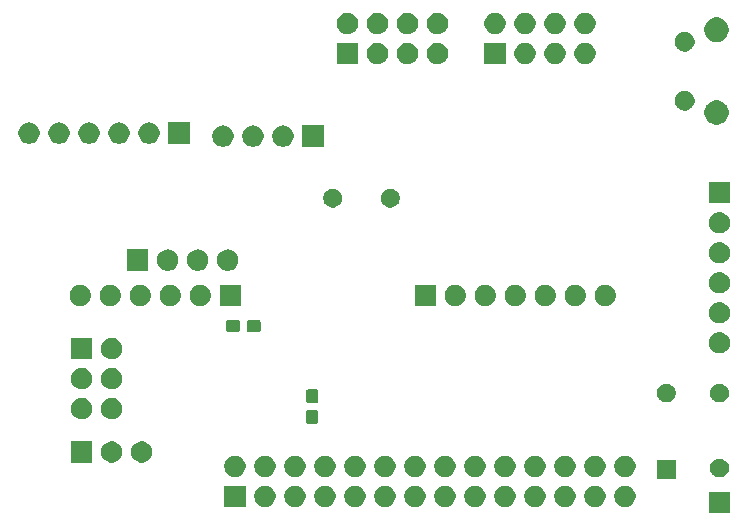
<source format=gbr>
G04 #@! TF.GenerationSoftware,KiCad,Pcbnew,(5.1.6)-1*
G04 #@! TF.CreationDate,2020-07-10T21:29:36-04:00*
G04 #@! TF.ProjectId,f1c200s,66316332-3030-4732-9e6b-696361645f70,rev?*
G04 #@! TF.SameCoordinates,Original*
G04 #@! TF.FileFunction,Soldermask,Bot*
G04 #@! TF.FilePolarity,Negative*
%FSLAX46Y46*%
G04 Gerber Fmt 4.6, Leading zero omitted, Abs format (unit mm)*
G04 Created by KiCad (PCBNEW (5.1.6)-1) date 2020-07-10 21:29:36*
%MOMM*%
%LPD*%
G01*
G04 APERTURE LIST*
%ADD10C,0.100000*%
G04 APERTURE END LIST*
D10*
G36*
X273151000Y-63901000D02*
G01*
X271349000Y-63901000D01*
X271349000Y-62099000D01*
X273151000Y-62099000D01*
X273151000Y-63901000D01*
G37*
G36*
X232131000Y-63401000D02*
G01*
X230329000Y-63401000D01*
X230329000Y-61599000D01*
X232131000Y-61599000D01*
X232131000Y-63401000D01*
G37*
G36*
X264363512Y-61603927D02*
G01*
X264512812Y-61633624D01*
X264676784Y-61701544D01*
X264824354Y-61800147D01*
X264949853Y-61925646D01*
X265048456Y-62073216D01*
X265116376Y-62237188D01*
X265151000Y-62411259D01*
X265151000Y-62588741D01*
X265116376Y-62762812D01*
X265048456Y-62926784D01*
X264949853Y-63074354D01*
X264824354Y-63199853D01*
X264676784Y-63298456D01*
X264512812Y-63366376D01*
X264363512Y-63396073D01*
X264338742Y-63401000D01*
X264161258Y-63401000D01*
X264136488Y-63396073D01*
X263987188Y-63366376D01*
X263823216Y-63298456D01*
X263675646Y-63199853D01*
X263550147Y-63074354D01*
X263451544Y-62926784D01*
X263383624Y-62762812D01*
X263349000Y-62588741D01*
X263349000Y-62411259D01*
X263383624Y-62237188D01*
X263451544Y-62073216D01*
X263550147Y-61925646D01*
X263675646Y-61800147D01*
X263823216Y-61701544D01*
X263987188Y-61633624D01*
X264136488Y-61603927D01*
X264161258Y-61599000D01*
X264338742Y-61599000D01*
X264363512Y-61603927D01*
G37*
G36*
X261823512Y-61603927D02*
G01*
X261972812Y-61633624D01*
X262136784Y-61701544D01*
X262284354Y-61800147D01*
X262409853Y-61925646D01*
X262508456Y-62073216D01*
X262576376Y-62237188D01*
X262611000Y-62411259D01*
X262611000Y-62588741D01*
X262576376Y-62762812D01*
X262508456Y-62926784D01*
X262409853Y-63074354D01*
X262284354Y-63199853D01*
X262136784Y-63298456D01*
X261972812Y-63366376D01*
X261823512Y-63396073D01*
X261798742Y-63401000D01*
X261621258Y-63401000D01*
X261596488Y-63396073D01*
X261447188Y-63366376D01*
X261283216Y-63298456D01*
X261135646Y-63199853D01*
X261010147Y-63074354D01*
X260911544Y-62926784D01*
X260843624Y-62762812D01*
X260809000Y-62588741D01*
X260809000Y-62411259D01*
X260843624Y-62237188D01*
X260911544Y-62073216D01*
X261010147Y-61925646D01*
X261135646Y-61800147D01*
X261283216Y-61701544D01*
X261447188Y-61633624D01*
X261596488Y-61603927D01*
X261621258Y-61599000D01*
X261798742Y-61599000D01*
X261823512Y-61603927D01*
G37*
G36*
X259283512Y-61603927D02*
G01*
X259432812Y-61633624D01*
X259596784Y-61701544D01*
X259744354Y-61800147D01*
X259869853Y-61925646D01*
X259968456Y-62073216D01*
X260036376Y-62237188D01*
X260071000Y-62411259D01*
X260071000Y-62588741D01*
X260036376Y-62762812D01*
X259968456Y-62926784D01*
X259869853Y-63074354D01*
X259744354Y-63199853D01*
X259596784Y-63298456D01*
X259432812Y-63366376D01*
X259283512Y-63396073D01*
X259258742Y-63401000D01*
X259081258Y-63401000D01*
X259056488Y-63396073D01*
X258907188Y-63366376D01*
X258743216Y-63298456D01*
X258595646Y-63199853D01*
X258470147Y-63074354D01*
X258371544Y-62926784D01*
X258303624Y-62762812D01*
X258269000Y-62588741D01*
X258269000Y-62411259D01*
X258303624Y-62237188D01*
X258371544Y-62073216D01*
X258470147Y-61925646D01*
X258595646Y-61800147D01*
X258743216Y-61701544D01*
X258907188Y-61633624D01*
X259056488Y-61603927D01*
X259081258Y-61599000D01*
X259258742Y-61599000D01*
X259283512Y-61603927D01*
G37*
G36*
X256743512Y-61603927D02*
G01*
X256892812Y-61633624D01*
X257056784Y-61701544D01*
X257204354Y-61800147D01*
X257329853Y-61925646D01*
X257428456Y-62073216D01*
X257496376Y-62237188D01*
X257531000Y-62411259D01*
X257531000Y-62588741D01*
X257496376Y-62762812D01*
X257428456Y-62926784D01*
X257329853Y-63074354D01*
X257204354Y-63199853D01*
X257056784Y-63298456D01*
X256892812Y-63366376D01*
X256743512Y-63396073D01*
X256718742Y-63401000D01*
X256541258Y-63401000D01*
X256516488Y-63396073D01*
X256367188Y-63366376D01*
X256203216Y-63298456D01*
X256055646Y-63199853D01*
X255930147Y-63074354D01*
X255831544Y-62926784D01*
X255763624Y-62762812D01*
X255729000Y-62588741D01*
X255729000Y-62411259D01*
X255763624Y-62237188D01*
X255831544Y-62073216D01*
X255930147Y-61925646D01*
X256055646Y-61800147D01*
X256203216Y-61701544D01*
X256367188Y-61633624D01*
X256516488Y-61603927D01*
X256541258Y-61599000D01*
X256718742Y-61599000D01*
X256743512Y-61603927D01*
G37*
G36*
X254203512Y-61603927D02*
G01*
X254352812Y-61633624D01*
X254516784Y-61701544D01*
X254664354Y-61800147D01*
X254789853Y-61925646D01*
X254888456Y-62073216D01*
X254956376Y-62237188D01*
X254991000Y-62411259D01*
X254991000Y-62588741D01*
X254956376Y-62762812D01*
X254888456Y-62926784D01*
X254789853Y-63074354D01*
X254664354Y-63199853D01*
X254516784Y-63298456D01*
X254352812Y-63366376D01*
X254203512Y-63396073D01*
X254178742Y-63401000D01*
X254001258Y-63401000D01*
X253976488Y-63396073D01*
X253827188Y-63366376D01*
X253663216Y-63298456D01*
X253515646Y-63199853D01*
X253390147Y-63074354D01*
X253291544Y-62926784D01*
X253223624Y-62762812D01*
X253189000Y-62588741D01*
X253189000Y-62411259D01*
X253223624Y-62237188D01*
X253291544Y-62073216D01*
X253390147Y-61925646D01*
X253515646Y-61800147D01*
X253663216Y-61701544D01*
X253827188Y-61633624D01*
X253976488Y-61603927D01*
X254001258Y-61599000D01*
X254178742Y-61599000D01*
X254203512Y-61603927D01*
G37*
G36*
X251663512Y-61603927D02*
G01*
X251812812Y-61633624D01*
X251976784Y-61701544D01*
X252124354Y-61800147D01*
X252249853Y-61925646D01*
X252348456Y-62073216D01*
X252416376Y-62237188D01*
X252451000Y-62411259D01*
X252451000Y-62588741D01*
X252416376Y-62762812D01*
X252348456Y-62926784D01*
X252249853Y-63074354D01*
X252124354Y-63199853D01*
X251976784Y-63298456D01*
X251812812Y-63366376D01*
X251663512Y-63396073D01*
X251638742Y-63401000D01*
X251461258Y-63401000D01*
X251436488Y-63396073D01*
X251287188Y-63366376D01*
X251123216Y-63298456D01*
X250975646Y-63199853D01*
X250850147Y-63074354D01*
X250751544Y-62926784D01*
X250683624Y-62762812D01*
X250649000Y-62588741D01*
X250649000Y-62411259D01*
X250683624Y-62237188D01*
X250751544Y-62073216D01*
X250850147Y-61925646D01*
X250975646Y-61800147D01*
X251123216Y-61701544D01*
X251287188Y-61633624D01*
X251436488Y-61603927D01*
X251461258Y-61599000D01*
X251638742Y-61599000D01*
X251663512Y-61603927D01*
G37*
G36*
X249123512Y-61603927D02*
G01*
X249272812Y-61633624D01*
X249436784Y-61701544D01*
X249584354Y-61800147D01*
X249709853Y-61925646D01*
X249808456Y-62073216D01*
X249876376Y-62237188D01*
X249911000Y-62411259D01*
X249911000Y-62588741D01*
X249876376Y-62762812D01*
X249808456Y-62926784D01*
X249709853Y-63074354D01*
X249584354Y-63199853D01*
X249436784Y-63298456D01*
X249272812Y-63366376D01*
X249123512Y-63396073D01*
X249098742Y-63401000D01*
X248921258Y-63401000D01*
X248896488Y-63396073D01*
X248747188Y-63366376D01*
X248583216Y-63298456D01*
X248435646Y-63199853D01*
X248310147Y-63074354D01*
X248211544Y-62926784D01*
X248143624Y-62762812D01*
X248109000Y-62588741D01*
X248109000Y-62411259D01*
X248143624Y-62237188D01*
X248211544Y-62073216D01*
X248310147Y-61925646D01*
X248435646Y-61800147D01*
X248583216Y-61701544D01*
X248747188Y-61633624D01*
X248896488Y-61603927D01*
X248921258Y-61599000D01*
X249098742Y-61599000D01*
X249123512Y-61603927D01*
G37*
G36*
X246583512Y-61603927D02*
G01*
X246732812Y-61633624D01*
X246896784Y-61701544D01*
X247044354Y-61800147D01*
X247169853Y-61925646D01*
X247268456Y-62073216D01*
X247336376Y-62237188D01*
X247371000Y-62411259D01*
X247371000Y-62588741D01*
X247336376Y-62762812D01*
X247268456Y-62926784D01*
X247169853Y-63074354D01*
X247044354Y-63199853D01*
X246896784Y-63298456D01*
X246732812Y-63366376D01*
X246583512Y-63396073D01*
X246558742Y-63401000D01*
X246381258Y-63401000D01*
X246356488Y-63396073D01*
X246207188Y-63366376D01*
X246043216Y-63298456D01*
X245895646Y-63199853D01*
X245770147Y-63074354D01*
X245671544Y-62926784D01*
X245603624Y-62762812D01*
X245569000Y-62588741D01*
X245569000Y-62411259D01*
X245603624Y-62237188D01*
X245671544Y-62073216D01*
X245770147Y-61925646D01*
X245895646Y-61800147D01*
X246043216Y-61701544D01*
X246207188Y-61633624D01*
X246356488Y-61603927D01*
X246381258Y-61599000D01*
X246558742Y-61599000D01*
X246583512Y-61603927D01*
G37*
G36*
X244043512Y-61603927D02*
G01*
X244192812Y-61633624D01*
X244356784Y-61701544D01*
X244504354Y-61800147D01*
X244629853Y-61925646D01*
X244728456Y-62073216D01*
X244796376Y-62237188D01*
X244831000Y-62411259D01*
X244831000Y-62588741D01*
X244796376Y-62762812D01*
X244728456Y-62926784D01*
X244629853Y-63074354D01*
X244504354Y-63199853D01*
X244356784Y-63298456D01*
X244192812Y-63366376D01*
X244043512Y-63396073D01*
X244018742Y-63401000D01*
X243841258Y-63401000D01*
X243816488Y-63396073D01*
X243667188Y-63366376D01*
X243503216Y-63298456D01*
X243355646Y-63199853D01*
X243230147Y-63074354D01*
X243131544Y-62926784D01*
X243063624Y-62762812D01*
X243029000Y-62588741D01*
X243029000Y-62411259D01*
X243063624Y-62237188D01*
X243131544Y-62073216D01*
X243230147Y-61925646D01*
X243355646Y-61800147D01*
X243503216Y-61701544D01*
X243667188Y-61633624D01*
X243816488Y-61603927D01*
X243841258Y-61599000D01*
X244018742Y-61599000D01*
X244043512Y-61603927D01*
G37*
G36*
X241503512Y-61603927D02*
G01*
X241652812Y-61633624D01*
X241816784Y-61701544D01*
X241964354Y-61800147D01*
X242089853Y-61925646D01*
X242188456Y-62073216D01*
X242256376Y-62237188D01*
X242291000Y-62411259D01*
X242291000Y-62588741D01*
X242256376Y-62762812D01*
X242188456Y-62926784D01*
X242089853Y-63074354D01*
X241964354Y-63199853D01*
X241816784Y-63298456D01*
X241652812Y-63366376D01*
X241503512Y-63396073D01*
X241478742Y-63401000D01*
X241301258Y-63401000D01*
X241276488Y-63396073D01*
X241127188Y-63366376D01*
X240963216Y-63298456D01*
X240815646Y-63199853D01*
X240690147Y-63074354D01*
X240591544Y-62926784D01*
X240523624Y-62762812D01*
X240489000Y-62588741D01*
X240489000Y-62411259D01*
X240523624Y-62237188D01*
X240591544Y-62073216D01*
X240690147Y-61925646D01*
X240815646Y-61800147D01*
X240963216Y-61701544D01*
X241127188Y-61633624D01*
X241276488Y-61603927D01*
X241301258Y-61599000D01*
X241478742Y-61599000D01*
X241503512Y-61603927D01*
G37*
G36*
X238963512Y-61603927D02*
G01*
X239112812Y-61633624D01*
X239276784Y-61701544D01*
X239424354Y-61800147D01*
X239549853Y-61925646D01*
X239648456Y-62073216D01*
X239716376Y-62237188D01*
X239751000Y-62411259D01*
X239751000Y-62588741D01*
X239716376Y-62762812D01*
X239648456Y-62926784D01*
X239549853Y-63074354D01*
X239424354Y-63199853D01*
X239276784Y-63298456D01*
X239112812Y-63366376D01*
X238963512Y-63396073D01*
X238938742Y-63401000D01*
X238761258Y-63401000D01*
X238736488Y-63396073D01*
X238587188Y-63366376D01*
X238423216Y-63298456D01*
X238275646Y-63199853D01*
X238150147Y-63074354D01*
X238051544Y-62926784D01*
X237983624Y-62762812D01*
X237949000Y-62588741D01*
X237949000Y-62411259D01*
X237983624Y-62237188D01*
X238051544Y-62073216D01*
X238150147Y-61925646D01*
X238275646Y-61800147D01*
X238423216Y-61701544D01*
X238587188Y-61633624D01*
X238736488Y-61603927D01*
X238761258Y-61599000D01*
X238938742Y-61599000D01*
X238963512Y-61603927D01*
G37*
G36*
X236423512Y-61603927D02*
G01*
X236572812Y-61633624D01*
X236736784Y-61701544D01*
X236884354Y-61800147D01*
X237009853Y-61925646D01*
X237108456Y-62073216D01*
X237176376Y-62237188D01*
X237211000Y-62411259D01*
X237211000Y-62588741D01*
X237176376Y-62762812D01*
X237108456Y-62926784D01*
X237009853Y-63074354D01*
X236884354Y-63199853D01*
X236736784Y-63298456D01*
X236572812Y-63366376D01*
X236423512Y-63396073D01*
X236398742Y-63401000D01*
X236221258Y-63401000D01*
X236196488Y-63396073D01*
X236047188Y-63366376D01*
X235883216Y-63298456D01*
X235735646Y-63199853D01*
X235610147Y-63074354D01*
X235511544Y-62926784D01*
X235443624Y-62762812D01*
X235409000Y-62588741D01*
X235409000Y-62411259D01*
X235443624Y-62237188D01*
X235511544Y-62073216D01*
X235610147Y-61925646D01*
X235735646Y-61800147D01*
X235883216Y-61701544D01*
X236047188Y-61633624D01*
X236196488Y-61603927D01*
X236221258Y-61599000D01*
X236398742Y-61599000D01*
X236423512Y-61603927D01*
G37*
G36*
X233883512Y-61603927D02*
G01*
X234032812Y-61633624D01*
X234196784Y-61701544D01*
X234344354Y-61800147D01*
X234469853Y-61925646D01*
X234568456Y-62073216D01*
X234636376Y-62237188D01*
X234671000Y-62411259D01*
X234671000Y-62588741D01*
X234636376Y-62762812D01*
X234568456Y-62926784D01*
X234469853Y-63074354D01*
X234344354Y-63199853D01*
X234196784Y-63298456D01*
X234032812Y-63366376D01*
X233883512Y-63396073D01*
X233858742Y-63401000D01*
X233681258Y-63401000D01*
X233656488Y-63396073D01*
X233507188Y-63366376D01*
X233343216Y-63298456D01*
X233195646Y-63199853D01*
X233070147Y-63074354D01*
X232971544Y-62926784D01*
X232903624Y-62762812D01*
X232869000Y-62588741D01*
X232869000Y-62411259D01*
X232903624Y-62237188D01*
X232971544Y-62073216D01*
X233070147Y-61925646D01*
X233195646Y-61800147D01*
X233343216Y-61701544D01*
X233507188Y-61633624D01*
X233656488Y-61603927D01*
X233681258Y-61599000D01*
X233858742Y-61599000D01*
X233883512Y-61603927D01*
G37*
G36*
X268550299Y-61050302D02*
G01*
X266949699Y-61050302D01*
X266949699Y-59449702D01*
X268550299Y-59449702D01*
X268550299Y-61050302D01*
G37*
G36*
X272406131Y-59315079D02*
G01*
X272483439Y-59330456D01*
X272556262Y-59360621D01*
X272629085Y-59390785D01*
X272760159Y-59478365D01*
X272871636Y-59589842D01*
X272959216Y-59720916D01*
X273019545Y-59866563D01*
X273050300Y-60021177D01*
X273050300Y-60178825D01*
X273019545Y-60333439D01*
X272959216Y-60479086D01*
X272871636Y-60610160D01*
X272760159Y-60721637D01*
X272629085Y-60809217D01*
X272556262Y-60839381D01*
X272483439Y-60869546D01*
X272406131Y-60884924D01*
X272328824Y-60900301D01*
X272171176Y-60900301D01*
X272093869Y-60884923D01*
X272016561Y-60869546D01*
X271943739Y-60839382D01*
X271870915Y-60809217D01*
X271739841Y-60721637D01*
X271628364Y-60610160D01*
X271540784Y-60479086D01*
X271480455Y-60333439D01*
X271449700Y-60178825D01*
X271449700Y-60021177D01*
X271480455Y-59866563D01*
X271540784Y-59720916D01*
X271628364Y-59589842D01*
X271739841Y-59478365D01*
X271870915Y-59390785D01*
X271943738Y-59360621D01*
X272016561Y-59330456D01*
X272093869Y-59315079D01*
X272171176Y-59299701D01*
X272328824Y-59299701D01*
X272406131Y-59315079D01*
G37*
G36*
X264363512Y-59063927D02*
G01*
X264512812Y-59093624D01*
X264676784Y-59161544D01*
X264824354Y-59260147D01*
X264949853Y-59385646D01*
X265048456Y-59533216D01*
X265116376Y-59697188D01*
X265151000Y-59871259D01*
X265151000Y-60048741D01*
X265116376Y-60222812D01*
X265048456Y-60386784D01*
X264949853Y-60534354D01*
X264824354Y-60659853D01*
X264676784Y-60758456D01*
X264512812Y-60826376D01*
X264363512Y-60856073D01*
X264338742Y-60861000D01*
X264161258Y-60861000D01*
X264136488Y-60856073D01*
X263987188Y-60826376D01*
X263823216Y-60758456D01*
X263675646Y-60659853D01*
X263550147Y-60534354D01*
X263451544Y-60386784D01*
X263383624Y-60222812D01*
X263349000Y-60048741D01*
X263349000Y-59871259D01*
X263383624Y-59697188D01*
X263451544Y-59533216D01*
X263550147Y-59385646D01*
X263675646Y-59260147D01*
X263823216Y-59161544D01*
X263987188Y-59093624D01*
X264136488Y-59063927D01*
X264161258Y-59059000D01*
X264338742Y-59059000D01*
X264363512Y-59063927D01*
G37*
G36*
X256743512Y-59063927D02*
G01*
X256892812Y-59093624D01*
X257056784Y-59161544D01*
X257204354Y-59260147D01*
X257329853Y-59385646D01*
X257428456Y-59533216D01*
X257496376Y-59697188D01*
X257531000Y-59871259D01*
X257531000Y-60048741D01*
X257496376Y-60222812D01*
X257428456Y-60386784D01*
X257329853Y-60534354D01*
X257204354Y-60659853D01*
X257056784Y-60758456D01*
X256892812Y-60826376D01*
X256743512Y-60856073D01*
X256718742Y-60861000D01*
X256541258Y-60861000D01*
X256516488Y-60856073D01*
X256367188Y-60826376D01*
X256203216Y-60758456D01*
X256055646Y-60659853D01*
X255930147Y-60534354D01*
X255831544Y-60386784D01*
X255763624Y-60222812D01*
X255729000Y-60048741D01*
X255729000Y-59871259D01*
X255763624Y-59697188D01*
X255831544Y-59533216D01*
X255930147Y-59385646D01*
X256055646Y-59260147D01*
X256203216Y-59161544D01*
X256367188Y-59093624D01*
X256516488Y-59063927D01*
X256541258Y-59059000D01*
X256718742Y-59059000D01*
X256743512Y-59063927D01*
G37*
G36*
X259283512Y-59063927D02*
G01*
X259432812Y-59093624D01*
X259596784Y-59161544D01*
X259744354Y-59260147D01*
X259869853Y-59385646D01*
X259968456Y-59533216D01*
X260036376Y-59697188D01*
X260071000Y-59871259D01*
X260071000Y-60048741D01*
X260036376Y-60222812D01*
X259968456Y-60386784D01*
X259869853Y-60534354D01*
X259744354Y-60659853D01*
X259596784Y-60758456D01*
X259432812Y-60826376D01*
X259283512Y-60856073D01*
X259258742Y-60861000D01*
X259081258Y-60861000D01*
X259056488Y-60856073D01*
X258907188Y-60826376D01*
X258743216Y-60758456D01*
X258595646Y-60659853D01*
X258470147Y-60534354D01*
X258371544Y-60386784D01*
X258303624Y-60222812D01*
X258269000Y-60048741D01*
X258269000Y-59871259D01*
X258303624Y-59697188D01*
X258371544Y-59533216D01*
X258470147Y-59385646D01*
X258595646Y-59260147D01*
X258743216Y-59161544D01*
X258907188Y-59093624D01*
X259056488Y-59063927D01*
X259081258Y-59059000D01*
X259258742Y-59059000D01*
X259283512Y-59063927D01*
G37*
G36*
X261823512Y-59063927D02*
G01*
X261972812Y-59093624D01*
X262136784Y-59161544D01*
X262284354Y-59260147D01*
X262409853Y-59385646D01*
X262508456Y-59533216D01*
X262576376Y-59697188D01*
X262611000Y-59871259D01*
X262611000Y-60048741D01*
X262576376Y-60222812D01*
X262508456Y-60386784D01*
X262409853Y-60534354D01*
X262284354Y-60659853D01*
X262136784Y-60758456D01*
X261972812Y-60826376D01*
X261823512Y-60856073D01*
X261798742Y-60861000D01*
X261621258Y-60861000D01*
X261596488Y-60856073D01*
X261447188Y-60826376D01*
X261283216Y-60758456D01*
X261135646Y-60659853D01*
X261010147Y-60534354D01*
X260911544Y-60386784D01*
X260843624Y-60222812D01*
X260809000Y-60048741D01*
X260809000Y-59871259D01*
X260843624Y-59697188D01*
X260911544Y-59533216D01*
X261010147Y-59385646D01*
X261135646Y-59260147D01*
X261283216Y-59161544D01*
X261447188Y-59093624D01*
X261596488Y-59063927D01*
X261621258Y-59059000D01*
X261798742Y-59059000D01*
X261823512Y-59063927D01*
G37*
G36*
X254203512Y-59063927D02*
G01*
X254352812Y-59093624D01*
X254516784Y-59161544D01*
X254664354Y-59260147D01*
X254789853Y-59385646D01*
X254888456Y-59533216D01*
X254956376Y-59697188D01*
X254991000Y-59871259D01*
X254991000Y-60048741D01*
X254956376Y-60222812D01*
X254888456Y-60386784D01*
X254789853Y-60534354D01*
X254664354Y-60659853D01*
X254516784Y-60758456D01*
X254352812Y-60826376D01*
X254203512Y-60856073D01*
X254178742Y-60861000D01*
X254001258Y-60861000D01*
X253976488Y-60856073D01*
X253827188Y-60826376D01*
X253663216Y-60758456D01*
X253515646Y-60659853D01*
X253390147Y-60534354D01*
X253291544Y-60386784D01*
X253223624Y-60222812D01*
X253189000Y-60048741D01*
X253189000Y-59871259D01*
X253223624Y-59697188D01*
X253291544Y-59533216D01*
X253390147Y-59385646D01*
X253515646Y-59260147D01*
X253663216Y-59161544D01*
X253827188Y-59093624D01*
X253976488Y-59063927D01*
X254001258Y-59059000D01*
X254178742Y-59059000D01*
X254203512Y-59063927D01*
G37*
G36*
X251663512Y-59063927D02*
G01*
X251812812Y-59093624D01*
X251976784Y-59161544D01*
X252124354Y-59260147D01*
X252249853Y-59385646D01*
X252348456Y-59533216D01*
X252416376Y-59697188D01*
X252451000Y-59871259D01*
X252451000Y-60048741D01*
X252416376Y-60222812D01*
X252348456Y-60386784D01*
X252249853Y-60534354D01*
X252124354Y-60659853D01*
X251976784Y-60758456D01*
X251812812Y-60826376D01*
X251663512Y-60856073D01*
X251638742Y-60861000D01*
X251461258Y-60861000D01*
X251436488Y-60856073D01*
X251287188Y-60826376D01*
X251123216Y-60758456D01*
X250975646Y-60659853D01*
X250850147Y-60534354D01*
X250751544Y-60386784D01*
X250683624Y-60222812D01*
X250649000Y-60048741D01*
X250649000Y-59871259D01*
X250683624Y-59697188D01*
X250751544Y-59533216D01*
X250850147Y-59385646D01*
X250975646Y-59260147D01*
X251123216Y-59161544D01*
X251287188Y-59093624D01*
X251436488Y-59063927D01*
X251461258Y-59059000D01*
X251638742Y-59059000D01*
X251663512Y-59063927D01*
G37*
G36*
X249123512Y-59063927D02*
G01*
X249272812Y-59093624D01*
X249436784Y-59161544D01*
X249584354Y-59260147D01*
X249709853Y-59385646D01*
X249808456Y-59533216D01*
X249876376Y-59697188D01*
X249911000Y-59871259D01*
X249911000Y-60048741D01*
X249876376Y-60222812D01*
X249808456Y-60386784D01*
X249709853Y-60534354D01*
X249584354Y-60659853D01*
X249436784Y-60758456D01*
X249272812Y-60826376D01*
X249123512Y-60856073D01*
X249098742Y-60861000D01*
X248921258Y-60861000D01*
X248896488Y-60856073D01*
X248747188Y-60826376D01*
X248583216Y-60758456D01*
X248435646Y-60659853D01*
X248310147Y-60534354D01*
X248211544Y-60386784D01*
X248143624Y-60222812D01*
X248109000Y-60048741D01*
X248109000Y-59871259D01*
X248143624Y-59697188D01*
X248211544Y-59533216D01*
X248310147Y-59385646D01*
X248435646Y-59260147D01*
X248583216Y-59161544D01*
X248747188Y-59093624D01*
X248896488Y-59063927D01*
X248921258Y-59059000D01*
X249098742Y-59059000D01*
X249123512Y-59063927D01*
G37*
G36*
X231343512Y-59063927D02*
G01*
X231492812Y-59093624D01*
X231656784Y-59161544D01*
X231804354Y-59260147D01*
X231929853Y-59385646D01*
X232028456Y-59533216D01*
X232096376Y-59697188D01*
X232131000Y-59871259D01*
X232131000Y-60048741D01*
X232096376Y-60222812D01*
X232028456Y-60386784D01*
X231929853Y-60534354D01*
X231804354Y-60659853D01*
X231656784Y-60758456D01*
X231492812Y-60826376D01*
X231343512Y-60856073D01*
X231318742Y-60861000D01*
X231141258Y-60861000D01*
X231116488Y-60856073D01*
X230967188Y-60826376D01*
X230803216Y-60758456D01*
X230655646Y-60659853D01*
X230530147Y-60534354D01*
X230431544Y-60386784D01*
X230363624Y-60222812D01*
X230329000Y-60048741D01*
X230329000Y-59871259D01*
X230363624Y-59697188D01*
X230431544Y-59533216D01*
X230530147Y-59385646D01*
X230655646Y-59260147D01*
X230803216Y-59161544D01*
X230967188Y-59093624D01*
X231116488Y-59063927D01*
X231141258Y-59059000D01*
X231318742Y-59059000D01*
X231343512Y-59063927D01*
G37*
G36*
X241503512Y-59063927D02*
G01*
X241652812Y-59093624D01*
X241816784Y-59161544D01*
X241964354Y-59260147D01*
X242089853Y-59385646D01*
X242188456Y-59533216D01*
X242256376Y-59697188D01*
X242291000Y-59871259D01*
X242291000Y-60048741D01*
X242256376Y-60222812D01*
X242188456Y-60386784D01*
X242089853Y-60534354D01*
X241964354Y-60659853D01*
X241816784Y-60758456D01*
X241652812Y-60826376D01*
X241503512Y-60856073D01*
X241478742Y-60861000D01*
X241301258Y-60861000D01*
X241276488Y-60856073D01*
X241127188Y-60826376D01*
X240963216Y-60758456D01*
X240815646Y-60659853D01*
X240690147Y-60534354D01*
X240591544Y-60386784D01*
X240523624Y-60222812D01*
X240489000Y-60048741D01*
X240489000Y-59871259D01*
X240523624Y-59697188D01*
X240591544Y-59533216D01*
X240690147Y-59385646D01*
X240815646Y-59260147D01*
X240963216Y-59161544D01*
X241127188Y-59093624D01*
X241276488Y-59063927D01*
X241301258Y-59059000D01*
X241478742Y-59059000D01*
X241503512Y-59063927D01*
G37*
G36*
X244043512Y-59063927D02*
G01*
X244192812Y-59093624D01*
X244356784Y-59161544D01*
X244504354Y-59260147D01*
X244629853Y-59385646D01*
X244728456Y-59533216D01*
X244796376Y-59697188D01*
X244831000Y-59871259D01*
X244831000Y-60048741D01*
X244796376Y-60222812D01*
X244728456Y-60386784D01*
X244629853Y-60534354D01*
X244504354Y-60659853D01*
X244356784Y-60758456D01*
X244192812Y-60826376D01*
X244043512Y-60856073D01*
X244018742Y-60861000D01*
X243841258Y-60861000D01*
X243816488Y-60856073D01*
X243667188Y-60826376D01*
X243503216Y-60758456D01*
X243355646Y-60659853D01*
X243230147Y-60534354D01*
X243131544Y-60386784D01*
X243063624Y-60222812D01*
X243029000Y-60048741D01*
X243029000Y-59871259D01*
X243063624Y-59697188D01*
X243131544Y-59533216D01*
X243230147Y-59385646D01*
X243355646Y-59260147D01*
X243503216Y-59161544D01*
X243667188Y-59093624D01*
X243816488Y-59063927D01*
X243841258Y-59059000D01*
X244018742Y-59059000D01*
X244043512Y-59063927D01*
G37*
G36*
X238963512Y-59063927D02*
G01*
X239112812Y-59093624D01*
X239276784Y-59161544D01*
X239424354Y-59260147D01*
X239549853Y-59385646D01*
X239648456Y-59533216D01*
X239716376Y-59697188D01*
X239751000Y-59871259D01*
X239751000Y-60048741D01*
X239716376Y-60222812D01*
X239648456Y-60386784D01*
X239549853Y-60534354D01*
X239424354Y-60659853D01*
X239276784Y-60758456D01*
X239112812Y-60826376D01*
X238963512Y-60856073D01*
X238938742Y-60861000D01*
X238761258Y-60861000D01*
X238736488Y-60856073D01*
X238587188Y-60826376D01*
X238423216Y-60758456D01*
X238275646Y-60659853D01*
X238150147Y-60534354D01*
X238051544Y-60386784D01*
X237983624Y-60222812D01*
X237949000Y-60048741D01*
X237949000Y-59871259D01*
X237983624Y-59697188D01*
X238051544Y-59533216D01*
X238150147Y-59385646D01*
X238275646Y-59260147D01*
X238423216Y-59161544D01*
X238587188Y-59093624D01*
X238736488Y-59063927D01*
X238761258Y-59059000D01*
X238938742Y-59059000D01*
X238963512Y-59063927D01*
G37*
G36*
X236423512Y-59063927D02*
G01*
X236572812Y-59093624D01*
X236736784Y-59161544D01*
X236884354Y-59260147D01*
X237009853Y-59385646D01*
X237108456Y-59533216D01*
X237176376Y-59697188D01*
X237211000Y-59871259D01*
X237211000Y-60048741D01*
X237176376Y-60222812D01*
X237108456Y-60386784D01*
X237009853Y-60534354D01*
X236884354Y-60659853D01*
X236736784Y-60758456D01*
X236572812Y-60826376D01*
X236423512Y-60856073D01*
X236398742Y-60861000D01*
X236221258Y-60861000D01*
X236196488Y-60856073D01*
X236047188Y-60826376D01*
X235883216Y-60758456D01*
X235735646Y-60659853D01*
X235610147Y-60534354D01*
X235511544Y-60386784D01*
X235443624Y-60222812D01*
X235409000Y-60048741D01*
X235409000Y-59871259D01*
X235443624Y-59697188D01*
X235511544Y-59533216D01*
X235610147Y-59385646D01*
X235735646Y-59260147D01*
X235883216Y-59161544D01*
X236047188Y-59093624D01*
X236196488Y-59063927D01*
X236221258Y-59059000D01*
X236398742Y-59059000D01*
X236423512Y-59063927D01*
G37*
G36*
X233883512Y-59063927D02*
G01*
X234032812Y-59093624D01*
X234196784Y-59161544D01*
X234344354Y-59260147D01*
X234469853Y-59385646D01*
X234568456Y-59533216D01*
X234636376Y-59697188D01*
X234671000Y-59871259D01*
X234671000Y-60048741D01*
X234636376Y-60222812D01*
X234568456Y-60386784D01*
X234469853Y-60534354D01*
X234344354Y-60659853D01*
X234196784Y-60758456D01*
X234032812Y-60826376D01*
X233883512Y-60856073D01*
X233858742Y-60861000D01*
X233681258Y-60861000D01*
X233656488Y-60856073D01*
X233507188Y-60826376D01*
X233343216Y-60758456D01*
X233195646Y-60659853D01*
X233070147Y-60534354D01*
X232971544Y-60386784D01*
X232903624Y-60222812D01*
X232869000Y-60048741D01*
X232869000Y-59871259D01*
X232903624Y-59697188D01*
X232971544Y-59533216D01*
X233070147Y-59385646D01*
X233195646Y-59260147D01*
X233343216Y-59161544D01*
X233507188Y-59093624D01*
X233656488Y-59063927D01*
X233681258Y-59059000D01*
X233858742Y-59059000D01*
X233883512Y-59063927D01*
G37*
G36*
X246583512Y-59063927D02*
G01*
X246732812Y-59093624D01*
X246896784Y-59161544D01*
X247044354Y-59260147D01*
X247169853Y-59385646D01*
X247268456Y-59533216D01*
X247336376Y-59697188D01*
X247371000Y-59871259D01*
X247371000Y-60048741D01*
X247336376Y-60222812D01*
X247268456Y-60386784D01*
X247169853Y-60534354D01*
X247044354Y-60659853D01*
X246896784Y-60758456D01*
X246732812Y-60826376D01*
X246583512Y-60856073D01*
X246558742Y-60861000D01*
X246381258Y-60861000D01*
X246356488Y-60856073D01*
X246207188Y-60826376D01*
X246043216Y-60758456D01*
X245895646Y-60659853D01*
X245770147Y-60534354D01*
X245671544Y-60386784D01*
X245603624Y-60222812D01*
X245569000Y-60048741D01*
X245569000Y-59871259D01*
X245603624Y-59697188D01*
X245671544Y-59533216D01*
X245770147Y-59385646D01*
X245895646Y-59260147D01*
X246043216Y-59161544D01*
X246207188Y-59093624D01*
X246356488Y-59063927D01*
X246381258Y-59059000D01*
X246558742Y-59059000D01*
X246583512Y-59063927D01*
G37*
G36*
X220903512Y-57853927D02*
G01*
X221052812Y-57883624D01*
X221216784Y-57951544D01*
X221364354Y-58050147D01*
X221489853Y-58175646D01*
X221588456Y-58323216D01*
X221656376Y-58487188D01*
X221691000Y-58661259D01*
X221691000Y-58838741D01*
X221656376Y-59012812D01*
X221588456Y-59176784D01*
X221489853Y-59324354D01*
X221364354Y-59449853D01*
X221216784Y-59548456D01*
X221052812Y-59616376D01*
X220903512Y-59646073D01*
X220878742Y-59651000D01*
X220701258Y-59651000D01*
X220676488Y-59646073D01*
X220527188Y-59616376D01*
X220363216Y-59548456D01*
X220215646Y-59449853D01*
X220090147Y-59324354D01*
X219991544Y-59176784D01*
X219923624Y-59012812D01*
X219889000Y-58838741D01*
X219889000Y-58661259D01*
X219923624Y-58487188D01*
X219991544Y-58323216D01*
X220090147Y-58175646D01*
X220215646Y-58050147D01*
X220363216Y-57951544D01*
X220527188Y-57883624D01*
X220676488Y-57853927D01*
X220701258Y-57849000D01*
X220878742Y-57849000D01*
X220903512Y-57853927D01*
G37*
G36*
X223443512Y-57853927D02*
G01*
X223592812Y-57883624D01*
X223756784Y-57951544D01*
X223904354Y-58050147D01*
X224029853Y-58175646D01*
X224128456Y-58323216D01*
X224196376Y-58487188D01*
X224231000Y-58661259D01*
X224231000Y-58838741D01*
X224196376Y-59012812D01*
X224128456Y-59176784D01*
X224029853Y-59324354D01*
X223904354Y-59449853D01*
X223756784Y-59548456D01*
X223592812Y-59616376D01*
X223443512Y-59646073D01*
X223418742Y-59651000D01*
X223241258Y-59651000D01*
X223216488Y-59646073D01*
X223067188Y-59616376D01*
X222903216Y-59548456D01*
X222755646Y-59449853D01*
X222630147Y-59324354D01*
X222531544Y-59176784D01*
X222463624Y-59012812D01*
X222429000Y-58838741D01*
X222429000Y-58661259D01*
X222463624Y-58487188D01*
X222531544Y-58323216D01*
X222630147Y-58175646D01*
X222755646Y-58050147D01*
X222903216Y-57951544D01*
X223067188Y-57883624D01*
X223216488Y-57853927D01*
X223241258Y-57849000D01*
X223418742Y-57849000D01*
X223443512Y-57853927D01*
G37*
G36*
X219151000Y-59651000D02*
G01*
X217349000Y-59651000D01*
X217349000Y-57849000D01*
X219151000Y-57849000D01*
X219151000Y-59651000D01*
G37*
G36*
X238139499Y-55203445D02*
G01*
X238176995Y-55214820D01*
X238211554Y-55233292D01*
X238241847Y-55258153D01*
X238266708Y-55288446D01*
X238285180Y-55323005D01*
X238296555Y-55360501D01*
X238301000Y-55405638D01*
X238301000Y-56144362D01*
X238296555Y-56189499D01*
X238285180Y-56226995D01*
X238266708Y-56261554D01*
X238241847Y-56291847D01*
X238211554Y-56316708D01*
X238176995Y-56335180D01*
X238139499Y-56346555D01*
X238094362Y-56351000D01*
X237455638Y-56351000D01*
X237410501Y-56346555D01*
X237373005Y-56335180D01*
X237338446Y-56316708D01*
X237308153Y-56291847D01*
X237283292Y-56261554D01*
X237264820Y-56226995D01*
X237253445Y-56189499D01*
X237249000Y-56144362D01*
X237249000Y-55405638D01*
X237253445Y-55360501D01*
X237264820Y-55323005D01*
X237283292Y-55288446D01*
X237308153Y-55258153D01*
X237338446Y-55233292D01*
X237373005Y-55214820D01*
X237410501Y-55203445D01*
X237455638Y-55199000D01*
X238094362Y-55199000D01*
X238139499Y-55203445D01*
G37*
G36*
X220903512Y-54183927D02*
G01*
X221052812Y-54213624D01*
X221216784Y-54281544D01*
X221364354Y-54380147D01*
X221489853Y-54505646D01*
X221588456Y-54653216D01*
X221656376Y-54817188D01*
X221691000Y-54991259D01*
X221691000Y-55168741D01*
X221656376Y-55342812D01*
X221588456Y-55506784D01*
X221489853Y-55654354D01*
X221364354Y-55779853D01*
X221216784Y-55878456D01*
X221052812Y-55946376D01*
X220903512Y-55976073D01*
X220878742Y-55981000D01*
X220701258Y-55981000D01*
X220676488Y-55976073D01*
X220527188Y-55946376D01*
X220363216Y-55878456D01*
X220215646Y-55779853D01*
X220090147Y-55654354D01*
X219991544Y-55506784D01*
X219923624Y-55342812D01*
X219889000Y-55168741D01*
X219889000Y-54991259D01*
X219923624Y-54817188D01*
X219991544Y-54653216D01*
X220090147Y-54505646D01*
X220215646Y-54380147D01*
X220363216Y-54281544D01*
X220527188Y-54213624D01*
X220676488Y-54183927D01*
X220701258Y-54179000D01*
X220878742Y-54179000D01*
X220903512Y-54183927D01*
G37*
G36*
X218363512Y-54183927D02*
G01*
X218512812Y-54213624D01*
X218676784Y-54281544D01*
X218824354Y-54380147D01*
X218949853Y-54505646D01*
X219048456Y-54653216D01*
X219116376Y-54817188D01*
X219151000Y-54991259D01*
X219151000Y-55168741D01*
X219116376Y-55342812D01*
X219048456Y-55506784D01*
X218949853Y-55654354D01*
X218824354Y-55779853D01*
X218676784Y-55878456D01*
X218512812Y-55946376D01*
X218363512Y-55976073D01*
X218338742Y-55981000D01*
X218161258Y-55981000D01*
X218136488Y-55976073D01*
X217987188Y-55946376D01*
X217823216Y-55878456D01*
X217675646Y-55779853D01*
X217550147Y-55654354D01*
X217451544Y-55506784D01*
X217383624Y-55342812D01*
X217349000Y-55168741D01*
X217349000Y-54991259D01*
X217383624Y-54817188D01*
X217451544Y-54653216D01*
X217550147Y-54505646D01*
X217675646Y-54380147D01*
X217823216Y-54281544D01*
X217987188Y-54213624D01*
X218136488Y-54183927D01*
X218161258Y-54179000D01*
X218338742Y-54179000D01*
X218363512Y-54183927D01*
G37*
G36*
X238139499Y-53453445D02*
G01*
X238176995Y-53464820D01*
X238211554Y-53483292D01*
X238241847Y-53508153D01*
X238266708Y-53538446D01*
X238285180Y-53573005D01*
X238296555Y-53610501D01*
X238301000Y-53655638D01*
X238301000Y-54394362D01*
X238296555Y-54439499D01*
X238285180Y-54476995D01*
X238266708Y-54511554D01*
X238241847Y-54541847D01*
X238211554Y-54566708D01*
X238176995Y-54585180D01*
X238139499Y-54596555D01*
X238094362Y-54601000D01*
X237455638Y-54601000D01*
X237410501Y-54596555D01*
X237373005Y-54585180D01*
X237338446Y-54566708D01*
X237308153Y-54541847D01*
X237283292Y-54511554D01*
X237264820Y-54476995D01*
X237253445Y-54439499D01*
X237249000Y-54394362D01*
X237249000Y-53655638D01*
X237253445Y-53610501D01*
X237264820Y-53573005D01*
X237283292Y-53538446D01*
X237308153Y-53508153D01*
X237338446Y-53483292D01*
X237373005Y-53464820D01*
X237410501Y-53453445D01*
X237455638Y-53449000D01*
X238094362Y-53449000D01*
X238139499Y-53453445D01*
G37*
G36*
X267906130Y-52965077D02*
G01*
X267983438Y-52980455D01*
X268056261Y-53010620D01*
X268129084Y-53040784D01*
X268260158Y-53128364D01*
X268371635Y-53239841D01*
X268459215Y-53370915D01*
X268459215Y-53370916D01*
X268499852Y-53469020D01*
X268519544Y-53516562D01*
X268550299Y-53671176D01*
X268550299Y-53828824D01*
X268519544Y-53983438D01*
X268459215Y-54129085D01*
X268371635Y-54260159D01*
X268260158Y-54371636D01*
X268129084Y-54459216D01*
X268056261Y-54489380D01*
X267983438Y-54519545D01*
X267906130Y-54534922D01*
X267828823Y-54550300D01*
X267671175Y-54550300D01*
X267593868Y-54534922D01*
X267516560Y-54519545D01*
X267443737Y-54489380D01*
X267370914Y-54459216D01*
X267239840Y-54371636D01*
X267128363Y-54260159D01*
X267040783Y-54129085D01*
X266980454Y-53983438D01*
X266949699Y-53828824D01*
X266949699Y-53671176D01*
X266980454Y-53516562D01*
X267000147Y-53469020D01*
X267040783Y-53370916D01*
X267040783Y-53370915D01*
X267128363Y-53239841D01*
X267239840Y-53128364D01*
X267370914Y-53040784D01*
X267443738Y-53010619D01*
X267516560Y-52980455D01*
X267593868Y-52965077D01*
X267671175Y-52949700D01*
X267828823Y-52949700D01*
X267906130Y-52965077D01*
G37*
G36*
X272406131Y-52965077D02*
G01*
X272483439Y-52980455D01*
X272556262Y-53010620D01*
X272629085Y-53040784D01*
X272760159Y-53128364D01*
X272871636Y-53239841D01*
X272959216Y-53370915D01*
X272959216Y-53370916D01*
X272999853Y-53469020D01*
X273019545Y-53516562D01*
X273050300Y-53671176D01*
X273050300Y-53828824D01*
X273019545Y-53983438D01*
X272959216Y-54129085D01*
X272871636Y-54260159D01*
X272760159Y-54371636D01*
X272629085Y-54459216D01*
X272556262Y-54489380D01*
X272483439Y-54519545D01*
X272406131Y-54534922D01*
X272328824Y-54550300D01*
X272171176Y-54550300D01*
X272093869Y-54534922D01*
X272016561Y-54519545D01*
X271943738Y-54489380D01*
X271870915Y-54459216D01*
X271739841Y-54371636D01*
X271628364Y-54260159D01*
X271540784Y-54129085D01*
X271480455Y-53983438D01*
X271449700Y-53828824D01*
X271449700Y-53671176D01*
X271480455Y-53516562D01*
X271500148Y-53469020D01*
X271540784Y-53370916D01*
X271540784Y-53370915D01*
X271628364Y-53239841D01*
X271739841Y-53128364D01*
X271870915Y-53040784D01*
X271943739Y-53010619D01*
X272016561Y-52980455D01*
X272093869Y-52965077D01*
X272171176Y-52949700D01*
X272328824Y-52949700D01*
X272406131Y-52965077D01*
G37*
G36*
X220903512Y-51643927D02*
G01*
X221052812Y-51673624D01*
X221216784Y-51741544D01*
X221364354Y-51840147D01*
X221489853Y-51965646D01*
X221588456Y-52113216D01*
X221656376Y-52277188D01*
X221691000Y-52451259D01*
X221691000Y-52628741D01*
X221656376Y-52802812D01*
X221588456Y-52966784D01*
X221489853Y-53114354D01*
X221364354Y-53239853D01*
X221216784Y-53338456D01*
X221052812Y-53406376D01*
X220903512Y-53436073D01*
X220878742Y-53441000D01*
X220701258Y-53441000D01*
X220676488Y-53436073D01*
X220527188Y-53406376D01*
X220363216Y-53338456D01*
X220215646Y-53239853D01*
X220090147Y-53114354D01*
X219991544Y-52966784D01*
X219923624Y-52802812D01*
X219889000Y-52628741D01*
X219889000Y-52451259D01*
X219923624Y-52277188D01*
X219991544Y-52113216D01*
X220090147Y-51965646D01*
X220215646Y-51840147D01*
X220363216Y-51741544D01*
X220527188Y-51673624D01*
X220676488Y-51643927D01*
X220701258Y-51639000D01*
X220878742Y-51639000D01*
X220903512Y-51643927D01*
G37*
G36*
X218363512Y-51643927D02*
G01*
X218512812Y-51673624D01*
X218676784Y-51741544D01*
X218824354Y-51840147D01*
X218949853Y-51965646D01*
X219048456Y-52113216D01*
X219116376Y-52277188D01*
X219151000Y-52451259D01*
X219151000Y-52628741D01*
X219116376Y-52802812D01*
X219048456Y-52966784D01*
X218949853Y-53114354D01*
X218824354Y-53239853D01*
X218676784Y-53338456D01*
X218512812Y-53406376D01*
X218363512Y-53436073D01*
X218338742Y-53441000D01*
X218161258Y-53441000D01*
X218136488Y-53436073D01*
X217987188Y-53406376D01*
X217823216Y-53338456D01*
X217675646Y-53239853D01*
X217550147Y-53114354D01*
X217451544Y-52966784D01*
X217383624Y-52802812D01*
X217349000Y-52628741D01*
X217349000Y-52451259D01*
X217383624Y-52277188D01*
X217451544Y-52113216D01*
X217550147Y-51965646D01*
X217675646Y-51840147D01*
X217823216Y-51741544D01*
X217987188Y-51673624D01*
X218136488Y-51643927D01*
X218161258Y-51639000D01*
X218338742Y-51639000D01*
X218363512Y-51643927D01*
G37*
G36*
X220903512Y-49103927D02*
G01*
X221052812Y-49133624D01*
X221216784Y-49201544D01*
X221364354Y-49300147D01*
X221489853Y-49425646D01*
X221588456Y-49573216D01*
X221656376Y-49737188D01*
X221691000Y-49911259D01*
X221691000Y-50088741D01*
X221656376Y-50262812D01*
X221588456Y-50426784D01*
X221489853Y-50574354D01*
X221364354Y-50699853D01*
X221216784Y-50798456D01*
X221052812Y-50866376D01*
X220903512Y-50896073D01*
X220878742Y-50901000D01*
X220701258Y-50901000D01*
X220676488Y-50896073D01*
X220527188Y-50866376D01*
X220363216Y-50798456D01*
X220215646Y-50699853D01*
X220090147Y-50574354D01*
X219991544Y-50426784D01*
X219923624Y-50262812D01*
X219889000Y-50088741D01*
X219889000Y-49911259D01*
X219923624Y-49737188D01*
X219991544Y-49573216D01*
X220090147Y-49425646D01*
X220215646Y-49300147D01*
X220363216Y-49201544D01*
X220527188Y-49133624D01*
X220676488Y-49103927D01*
X220701258Y-49099000D01*
X220878742Y-49099000D01*
X220903512Y-49103927D01*
G37*
G36*
X219151000Y-50901000D02*
G01*
X217349000Y-50901000D01*
X217349000Y-49099000D01*
X219151000Y-49099000D01*
X219151000Y-50901000D01*
G37*
G36*
X272363512Y-48603927D02*
G01*
X272512812Y-48633624D01*
X272676784Y-48701544D01*
X272824354Y-48800147D01*
X272949853Y-48925646D01*
X273048456Y-49073216D01*
X273116376Y-49237188D01*
X273151000Y-49411259D01*
X273151000Y-49588741D01*
X273116376Y-49762812D01*
X273048456Y-49926784D01*
X272949853Y-50074354D01*
X272824354Y-50199853D01*
X272676784Y-50298456D01*
X272512812Y-50366376D01*
X272363512Y-50396073D01*
X272338742Y-50401000D01*
X272161258Y-50401000D01*
X272136488Y-50396073D01*
X271987188Y-50366376D01*
X271823216Y-50298456D01*
X271675646Y-50199853D01*
X271550147Y-50074354D01*
X271451544Y-49926784D01*
X271383624Y-49762812D01*
X271349000Y-49588741D01*
X271349000Y-49411259D01*
X271383624Y-49237188D01*
X271451544Y-49073216D01*
X271550147Y-48925646D01*
X271675646Y-48800147D01*
X271823216Y-48701544D01*
X271987188Y-48633624D01*
X272136488Y-48603927D01*
X272161258Y-48599000D01*
X272338742Y-48599000D01*
X272363512Y-48603927D01*
G37*
G36*
X231489499Y-47578445D02*
G01*
X231526995Y-47589820D01*
X231561554Y-47608292D01*
X231591847Y-47633153D01*
X231616708Y-47663446D01*
X231635180Y-47698005D01*
X231646555Y-47735501D01*
X231651000Y-47780638D01*
X231651000Y-48419362D01*
X231646555Y-48464499D01*
X231635180Y-48501995D01*
X231616708Y-48536554D01*
X231591847Y-48566847D01*
X231561554Y-48591708D01*
X231526995Y-48610180D01*
X231489499Y-48621555D01*
X231444362Y-48626000D01*
X230705638Y-48626000D01*
X230660501Y-48621555D01*
X230623005Y-48610180D01*
X230588446Y-48591708D01*
X230558153Y-48566847D01*
X230533292Y-48536554D01*
X230514820Y-48501995D01*
X230503445Y-48464499D01*
X230499000Y-48419362D01*
X230499000Y-47780638D01*
X230503445Y-47735501D01*
X230514820Y-47698005D01*
X230533292Y-47663446D01*
X230558153Y-47633153D01*
X230588446Y-47608292D01*
X230623005Y-47589820D01*
X230660501Y-47578445D01*
X230705638Y-47574000D01*
X231444362Y-47574000D01*
X231489499Y-47578445D01*
G37*
G36*
X233239499Y-47578445D02*
G01*
X233276995Y-47589820D01*
X233311554Y-47608292D01*
X233341847Y-47633153D01*
X233366708Y-47663446D01*
X233385180Y-47698005D01*
X233396555Y-47735501D01*
X233401000Y-47780638D01*
X233401000Y-48419362D01*
X233396555Y-48464499D01*
X233385180Y-48501995D01*
X233366708Y-48536554D01*
X233341847Y-48566847D01*
X233311554Y-48591708D01*
X233276995Y-48610180D01*
X233239499Y-48621555D01*
X233194362Y-48626000D01*
X232455638Y-48626000D01*
X232410501Y-48621555D01*
X232373005Y-48610180D01*
X232338446Y-48591708D01*
X232308153Y-48566847D01*
X232283292Y-48536554D01*
X232264820Y-48501995D01*
X232253445Y-48464499D01*
X232249000Y-48419362D01*
X232249000Y-47780638D01*
X232253445Y-47735501D01*
X232264820Y-47698005D01*
X232283292Y-47663446D01*
X232308153Y-47633153D01*
X232338446Y-47608292D01*
X232373005Y-47589820D01*
X232410501Y-47578445D01*
X232455638Y-47574000D01*
X233194362Y-47574000D01*
X233239499Y-47578445D01*
G37*
G36*
X272363512Y-46063927D02*
G01*
X272512812Y-46093624D01*
X272676784Y-46161544D01*
X272824354Y-46260147D01*
X272949853Y-46385646D01*
X273048456Y-46533216D01*
X273116376Y-46697188D01*
X273151000Y-46871259D01*
X273151000Y-47048741D01*
X273116376Y-47222812D01*
X273048456Y-47386784D01*
X272949853Y-47534354D01*
X272824354Y-47659853D01*
X272676784Y-47758456D01*
X272512812Y-47826376D01*
X272363512Y-47856073D01*
X272338742Y-47861000D01*
X272161258Y-47861000D01*
X272136488Y-47856073D01*
X271987188Y-47826376D01*
X271823216Y-47758456D01*
X271675646Y-47659853D01*
X271550147Y-47534354D01*
X271451544Y-47386784D01*
X271383624Y-47222812D01*
X271349000Y-47048741D01*
X271349000Y-46871259D01*
X271383624Y-46697188D01*
X271451544Y-46533216D01*
X271550147Y-46385646D01*
X271675646Y-46260147D01*
X271823216Y-46161544D01*
X271987188Y-46093624D01*
X272136488Y-46063927D01*
X272161258Y-46059000D01*
X272338742Y-46059000D01*
X272363512Y-46063927D01*
G37*
G36*
X262693512Y-44603927D02*
G01*
X262842812Y-44633624D01*
X263006784Y-44701544D01*
X263154354Y-44800147D01*
X263279853Y-44925646D01*
X263378456Y-45073216D01*
X263446376Y-45237188D01*
X263481000Y-45411259D01*
X263481000Y-45588741D01*
X263446376Y-45762812D01*
X263378456Y-45926784D01*
X263279853Y-46074354D01*
X263154354Y-46199853D01*
X263006784Y-46298456D01*
X262842812Y-46366376D01*
X262693512Y-46396073D01*
X262668742Y-46401000D01*
X262491258Y-46401000D01*
X262466488Y-46396073D01*
X262317188Y-46366376D01*
X262153216Y-46298456D01*
X262005646Y-46199853D01*
X261880147Y-46074354D01*
X261781544Y-45926784D01*
X261713624Y-45762812D01*
X261679000Y-45588741D01*
X261679000Y-45411259D01*
X261713624Y-45237188D01*
X261781544Y-45073216D01*
X261880147Y-44925646D01*
X262005646Y-44800147D01*
X262153216Y-44701544D01*
X262317188Y-44633624D01*
X262466488Y-44603927D01*
X262491258Y-44599000D01*
X262668742Y-44599000D01*
X262693512Y-44603927D01*
G37*
G36*
X260153512Y-44603927D02*
G01*
X260302812Y-44633624D01*
X260466784Y-44701544D01*
X260614354Y-44800147D01*
X260739853Y-44925646D01*
X260838456Y-45073216D01*
X260906376Y-45237188D01*
X260941000Y-45411259D01*
X260941000Y-45588741D01*
X260906376Y-45762812D01*
X260838456Y-45926784D01*
X260739853Y-46074354D01*
X260614354Y-46199853D01*
X260466784Y-46298456D01*
X260302812Y-46366376D01*
X260153512Y-46396073D01*
X260128742Y-46401000D01*
X259951258Y-46401000D01*
X259926488Y-46396073D01*
X259777188Y-46366376D01*
X259613216Y-46298456D01*
X259465646Y-46199853D01*
X259340147Y-46074354D01*
X259241544Y-45926784D01*
X259173624Y-45762812D01*
X259139000Y-45588741D01*
X259139000Y-45411259D01*
X259173624Y-45237188D01*
X259241544Y-45073216D01*
X259340147Y-44925646D01*
X259465646Y-44800147D01*
X259613216Y-44701544D01*
X259777188Y-44633624D01*
X259926488Y-44603927D01*
X259951258Y-44599000D01*
X260128742Y-44599000D01*
X260153512Y-44603927D01*
G37*
G36*
X252533512Y-44603927D02*
G01*
X252682812Y-44633624D01*
X252846784Y-44701544D01*
X252994354Y-44800147D01*
X253119853Y-44925646D01*
X253218456Y-45073216D01*
X253286376Y-45237188D01*
X253321000Y-45411259D01*
X253321000Y-45588741D01*
X253286376Y-45762812D01*
X253218456Y-45926784D01*
X253119853Y-46074354D01*
X252994354Y-46199853D01*
X252846784Y-46298456D01*
X252682812Y-46366376D01*
X252533512Y-46396073D01*
X252508742Y-46401000D01*
X252331258Y-46401000D01*
X252306488Y-46396073D01*
X252157188Y-46366376D01*
X251993216Y-46298456D01*
X251845646Y-46199853D01*
X251720147Y-46074354D01*
X251621544Y-45926784D01*
X251553624Y-45762812D01*
X251519000Y-45588741D01*
X251519000Y-45411259D01*
X251553624Y-45237188D01*
X251621544Y-45073216D01*
X251720147Y-44925646D01*
X251845646Y-44800147D01*
X251993216Y-44701544D01*
X252157188Y-44633624D01*
X252306488Y-44603927D01*
X252331258Y-44599000D01*
X252508742Y-44599000D01*
X252533512Y-44603927D01*
G37*
G36*
X225863512Y-44603927D02*
G01*
X226012812Y-44633624D01*
X226176784Y-44701544D01*
X226324354Y-44800147D01*
X226449853Y-44925646D01*
X226548456Y-45073216D01*
X226616376Y-45237188D01*
X226651000Y-45411259D01*
X226651000Y-45588741D01*
X226616376Y-45762812D01*
X226548456Y-45926784D01*
X226449853Y-46074354D01*
X226324354Y-46199853D01*
X226176784Y-46298456D01*
X226012812Y-46366376D01*
X225863512Y-46396073D01*
X225838742Y-46401000D01*
X225661258Y-46401000D01*
X225636488Y-46396073D01*
X225487188Y-46366376D01*
X225323216Y-46298456D01*
X225175646Y-46199853D01*
X225050147Y-46074354D01*
X224951544Y-45926784D01*
X224883624Y-45762812D01*
X224849000Y-45588741D01*
X224849000Y-45411259D01*
X224883624Y-45237188D01*
X224951544Y-45073216D01*
X225050147Y-44925646D01*
X225175646Y-44800147D01*
X225323216Y-44701544D01*
X225487188Y-44633624D01*
X225636488Y-44603927D01*
X225661258Y-44599000D01*
X225838742Y-44599000D01*
X225863512Y-44603927D01*
G37*
G36*
X228403512Y-44603927D02*
G01*
X228552812Y-44633624D01*
X228716784Y-44701544D01*
X228864354Y-44800147D01*
X228989853Y-44925646D01*
X229088456Y-45073216D01*
X229156376Y-45237188D01*
X229191000Y-45411259D01*
X229191000Y-45588741D01*
X229156376Y-45762812D01*
X229088456Y-45926784D01*
X228989853Y-46074354D01*
X228864354Y-46199853D01*
X228716784Y-46298456D01*
X228552812Y-46366376D01*
X228403512Y-46396073D01*
X228378742Y-46401000D01*
X228201258Y-46401000D01*
X228176488Y-46396073D01*
X228027188Y-46366376D01*
X227863216Y-46298456D01*
X227715646Y-46199853D01*
X227590147Y-46074354D01*
X227491544Y-45926784D01*
X227423624Y-45762812D01*
X227389000Y-45588741D01*
X227389000Y-45411259D01*
X227423624Y-45237188D01*
X227491544Y-45073216D01*
X227590147Y-44925646D01*
X227715646Y-44800147D01*
X227863216Y-44701544D01*
X228027188Y-44633624D01*
X228176488Y-44603927D01*
X228201258Y-44599000D01*
X228378742Y-44599000D01*
X228403512Y-44603927D01*
G37*
G36*
X231731000Y-46401000D02*
G01*
X229929000Y-46401000D01*
X229929000Y-44599000D01*
X231731000Y-44599000D01*
X231731000Y-46401000D01*
G37*
G36*
X248241000Y-46401000D02*
G01*
X246439000Y-46401000D01*
X246439000Y-44599000D01*
X248241000Y-44599000D01*
X248241000Y-46401000D01*
G37*
G36*
X218243512Y-44603927D02*
G01*
X218392812Y-44633624D01*
X218556784Y-44701544D01*
X218704354Y-44800147D01*
X218829853Y-44925646D01*
X218928456Y-45073216D01*
X218996376Y-45237188D01*
X219031000Y-45411259D01*
X219031000Y-45588741D01*
X218996376Y-45762812D01*
X218928456Y-45926784D01*
X218829853Y-46074354D01*
X218704354Y-46199853D01*
X218556784Y-46298456D01*
X218392812Y-46366376D01*
X218243512Y-46396073D01*
X218218742Y-46401000D01*
X218041258Y-46401000D01*
X218016488Y-46396073D01*
X217867188Y-46366376D01*
X217703216Y-46298456D01*
X217555646Y-46199853D01*
X217430147Y-46074354D01*
X217331544Y-45926784D01*
X217263624Y-45762812D01*
X217229000Y-45588741D01*
X217229000Y-45411259D01*
X217263624Y-45237188D01*
X217331544Y-45073216D01*
X217430147Y-44925646D01*
X217555646Y-44800147D01*
X217703216Y-44701544D01*
X217867188Y-44633624D01*
X218016488Y-44603927D01*
X218041258Y-44599000D01*
X218218742Y-44599000D01*
X218243512Y-44603927D01*
G37*
G36*
X249993512Y-44603927D02*
G01*
X250142812Y-44633624D01*
X250306784Y-44701544D01*
X250454354Y-44800147D01*
X250579853Y-44925646D01*
X250678456Y-45073216D01*
X250746376Y-45237188D01*
X250781000Y-45411259D01*
X250781000Y-45588741D01*
X250746376Y-45762812D01*
X250678456Y-45926784D01*
X250579853Y-46074354D01*
X250454354Y-46199853D01*
X250306784Y-46298456D01*
X250142812Y-46366376D01*
X249993512Y-46396073D01*
X249968742Y-46401000D01*
X249791258Y-46401000D01*
X249766488Y-46396073D01*
X249617188Y-46366376D01*
X249453216Y-46298456D01*
X249305646Y-46199853D01*
X249180147Y-46074354D01*
X249081544Y-45926784D01*
X249013624Y-45762812D01*
X248979000Y-45588741D01*
X248979000Y-45411259D01*
X249013624Y-45237188D01*
X249081544Y-45073216D01*
X249180147Y-44925646D01*
X249305646Y-44800147D01*
X249453216Y-44701544D01*
X249617188Y-44633624D01*
X249766488Y-44603927D01*
X249791258Y-44599000D01*
X249968742Y-44599000D01*
X249993512Y-44603927D01*
G37*
G36*
X255073512Y-44603927D02*
G01*
X255222812Y-44633624D01*
X255386784Y-44701544D01*
X255534354Y-44800147D01*
X255659853Y-44925646D01*
X255758456Y-45073216D01*
X255826376Y-45237188D01*
X255861000Y-45411259D01*
X255861000Y-45588741D01*
X255826376Y-45762812D01*
X255758456Y-45926784D01*
X255659853Y-46074354D01*
X255534354Y-46199853D01*
X255386784Y-46298456D01*
X255222812Y-46366376D01*
X255073512Y-46396073D01*
X255048742Y-46401000D01*
X254871258Y-46401000D01*
X254846488Y-46396073D01*
X254697188Y-46366376D01*
X254533216Y-46298456D01*
X254385646Y-46199853D01*
X254260147Y-46074354D01*
X254161544Y-45926784D01*
X254093624Y-45762812D01*
X254059000Y-45588741D01*
X254059000Y-45411259D01*
X254093624Y-45237188D01*
X254161544Y-45073216D01*
X254260147Y-44925646D01*
X254385646Y-44800147D01*
X254533216Y-44701544D01*
X254697188Y-44633624D01*
X254846488Y-44603927D01*
X254871258Y-44599000D01*
X255048742Y-44599000D01*
X255073512Y-44603927D01*
G37*
G36*
X257613512Y-44603927D02*
G01*
X257762812Y-44633624D01*
X257926784Y-44701544D01*
X258074354Y-44800147D01*
X258199853Y-44925646D01*
X258298456Y-45073216D01*
X258366376Y-45237188D01*
X258401000Y-45411259D01*
X258401000Y-45588741D01*
X258366376Y-45762812D01*
X258298456Y-45926784D01*
X258199853Y-46074354D01*
X258074354Y-46199853D01*
X257926784Y-46298456D01*
X257762812Y-46366376D01*
X257613512Y-46396073D01*
X257588742Y-46401000D01*
X257411258Y-46401000D01*
X257386488Y-46396073D01*
X257237188Y-46366376D01*
X257073216Y-46298456D01*
X256925646Y-46199853D01*
X256800147Y-46074354D01*
X256701544Y-45926784D01*
X256633624Y-45762812D01*
X256599000Y-45588741D01*
X256599000Y-45411259D01*
X256633624Y-45237188D01*
X256701544Y-45073216D01*
X256800147Y-44925646D01*
X256925646Y-44800147D01*
X257073216Y-44701544D01*
X257237188Y-44633624D01*
X257386488Y-44603927D01*
X257411258Y-44599000D01*
X257588742Y-44599000D01*
X257613512Y-44603927D01*
G37*
G36*
X220783512Y-44603927D02*
G01*
X220932812Y-44633624D01*
X221096784Y-44701544D01*
X221244354Y-44800147D01*
X221369853Y-44925646D01*
X221468456Y-45073216D01*
X221536376Y-45237188D01*
X221571000Y-45411259D01*
X221571000Y-45588741D01*
X221536376Y-45762812D01*
X221468456Y-45926784D01*
X221369853Y-46074354D01*
X221244354Y-46199853D01*
X221096784Y-46298456D01*
X220932812Y-46366376D01*
X220783512Y-46396073D01*
X220758742Y-46401000D01*
X220581258Y-46401000D01*
X220556488Y-46396073D01*
X220407188Y-46366376D01*
X220243216Y-46298456D01*
X220095646Y-46199853D01*
X219970147Y-46074354D01*
X219871544Y-45926784D01*
X219803624Y-45762812D01*
X219769000Y-45588741D01*
X219769000Y-45411259D01*
X219803624Y-45237188D01*
X219871544Y-45073216D01*
X219970147Y-44925646D01*
X220095646Y-44800147D01*
X220243216Y-44701544D01*
X220407188Y-44633624D01*
X220556488Y-44603927D01*
X220581258Y-44599000D01*
X220758742Y-44599000D01*
X220783512Y-44603927D01*
G37*
G36*
X223323512Y-44603927D02*
G01*
X223472812Y-44633624D01*
X223636784Y-44701544D01*
X223784354Y-44800147D01*
X223909853Y-44925646D01*
X224008456Y-45073216D01*
X224076376Y-45237188D01*
X224111000Y-45411259D01*
X224111000Y-45588741D01*
X224076376Y-45762812D01*
X224008456Y-45926784D01*
X223909853Y-46074354D01*
X223784354Y-46199853D01*
X223636784Y-46298456D01*
X223472812Y-46366376D01*
X223323512Y-46396073D01*
X223298742Y-46401000D01*
X223121258Y-46401000D01*
X223096488Y-46396073D01*
X222947188Y-46366376D01*
X222783216Y-46298456D01*
X222635646Y-46199853D01*
X222510147Y-46074354D01*
X222411544Y-45926784D01*
X222343624Y-45762812D01*
X222309000Y-45588741D01*
X222309000Y-45411259D01*
X222343624Y-45237188D01*
X222411544Y-45073216D01*
X222510147Y-44925646D01*
X222635646Y-44800147D01*
X222783216Y-44701544D01*
X222947188Y-44633624D01*
X223096488Y-44603927D01*
X223121258Y-44599000D01*
X223298742Y-44599000D01*
X223323512Y-44603927D01*
G37*
G36*
X272363512Y-43523927D02*
G01*
X272512812Y-43553624D01*
X272676784Y-43621544D01*
X272824354Y-43720147D01*
X272949853Y-43845646D01*
X273048456Y-43993216D01*
X273116376Y-44157188D01*
X273151000Y-44331259D01*
X273151000Y-44508741D01*
X273116376Y-44682812D01*
X273048456Y-44846784D01*
X272949853Y-44994354D01*
X272824354Y-45119853D01*
X272676784Y-45218456D01*
X272512812Y-45286376D01*
X272363512Y-45316073D01*
X272338742Y-45321000D01*
X272161258Y-45321000D01*
X272136488Y-45316073D01*
X271987188Y-45286376D01*
X271823216Y-45218456D01*
X271675646Y-45119853D01*
X271550147Y-44994354D01*
X271451544Y-44846784D01*
X271383624Y-44682812D01*
X271349000Y-44508741D01*
X271349000Y-44331259D01*
X271383624Y-44157188D01*
X271451544Y-43993216D01*
X271550147Y-43845646D01*
X271675646Y-43720147D01*
X271823216Y-43621544D01*
X271987188Y-43553624D01*
X272136488Y-43523927D01*
X272161258Y-43519000D01*
X272338742Y-43519000D01*
X272363512Y-43523927D01*
G37*
G36*
X223901000Y-43401000D02*
G01*
X222099000Y-43401000D01*
X222099000Y-41599000D01*
X223901000Y-41599000D01*
X223901000Y-43401000D01*
G37*
G36*
X225653512Y-41603927D02*
G01*
X225802812Y-41633624D01*
X225966784Y-41701544D01*
X226114354Y-41800147D01*
X226239853Y-41925646D01*
X226338456Y-42073216D01*
X226406376Y-42237188D01*
X226441000Y-42411259D01*
X226441000Y-42588741D01*
X226406376Y-42762812D01*
X226338456Y-42926784D01*
X226239853Y-43074354D01*
X226114354Y-43199853D01*
X225966784Y-43298456D01*
X225802812Y-43366376D01*
X225653512Y-43396073D01*
X225628742Y-43401000D01*
X225451258Y-43401000D01*
X225426488Y-43396073D01*
X225277188Y-43366376D01*
X225113216Y-43298456D01*
X224965646Y-43199853D01*
X224840147Y-43074354D01*
X224741544Y-42926784D01*
X224673624Y-42762812D01*
X224639000Y-42588741D01*
X224639000Y-42411259D01*
X224673624Y-42237188D01*
X224741544Y-42073216D01*
X224840147Y-41925646D01*
X224965646Y-41800147D01*
X225113216Y-41701544D01*
X225277188Y-41633624D01*
X225426488Y-41603927D01*
X225451258Y-41599000D01*
X225628742Y-41599000D01*
X225653512Y-41603927D01*
G37*
G36*
X228193512Y-41603927D02*
G01*
X228342812Y-41633624D01*
X228506784Y-41701544D01*
X228654354Y-41800147D01*
X228779853Y-41925646D01*
X228878456Y-42073216D01*
X228946376Y-42237188D01*
X228981000Y-42411259D01*
X228981000Y-42588741D01*
X228946376Y-42762812D01*
X228878456Y-42926784D01*
X228779853Y-43074354D01*
X228654354Y-43199853D01*
X228506784Y-43298456D01*
X228342812Y-43366376D01*
X228193512Y-43396073D01*
X228168742Y-43401000D01*
X227991258Y-43401000D01*
X227966488Y-43396073D01*
X227817188Y-43366376D01*
X227653216Y-43298456D01*
X227505646Y-43199853D01*
X227380147Y-43074354D01*
X227281544Y-42926784D01*
X227213624Y-42762812D01*
X227179000Y-42588741D01*
X227179000Y-42411259D01*
X227213624Y-42237188D01*
X227281544Y-42073216D01*
X227380147Y-41925646D01*
X227505646Y-41800147D01*
X227653216Y-41701544D01*
X227817188Y-41633624D01*
X227966488Y-41603927D01*
X227991258Y-41599000D01*
X228168742Y-41599000D01*
X228193512Y-41603927D01*
G37*
G36*
X230733512Y-41603927D02*
G01*
X230882812Y-41633624D01*
X231046784Y-41701544D01*
X231194354Y-41800147D01*
X231319853Y-41925646D01*
X231418456Y-42073216D01*
X231486376Y-42237188D01*
X231521000Y-42411259D01*
X231521000Y-42588741D01*
X231486376Y-42762812D01*
X231418456Y-42926784D01*
X231319853Y-43074354D01*
X231194354Y-43199853D01*
X231046784Y-43298456D01*
X230882812Y-43366376D01*
X230733512Y-43396073D01*
X230708742Y-43401000D01*
X230531258Y-43401000D01*
X230506488Y-43396073D01*
X230357188Y-43366376D01*
X230193216Y-43298456D01*
X230045646Y-43199853D01*
X229920147Y-43074354D01*
X229821544Y-42926784D01*
X229753624Y-42762812D01*
X229719000Y-42588741D01*
X229719000Y-42411259D01*
X229753624Y-42237188D01*
X229821544Y-42073216D01*
X229920147Y-41925646D01*
X230045646Y-41800147D01*
X230193216Y-41701544D01*
X230357188Y-41633624D01*
X230506488Y-41603927D01*
X230531258Y-41599000D01*
X230708742Y-41599000D01*
X230733512Y-41603927D01*
G37*
G36*
X272363512Y-40983927D02*
G01*
X272512812Y-41013624D01*
X272676784Y-41081544D01*
X272824354Y-41180147D01*
X272949853Y-41305646D01*
X273048456Y-41453216D01*
X273116376Y-41617188D01*
X273151000Y-41791259D01*
X273151000Y-41968741D01*
X273116376Y-42142812D01*
X273048456Y-42306784D01*
X272949853Y-42454354D01*
X272824354Y-42579853D01*
X272676784Y-42678456D01*
X272512812Y-42746376D01*
X272363512Y-42776073D01*
X272338742Y-42781000D01*
X272161258Y-42781000D01*
X272136488Y-42776073D01*
X271987188Y-42746376D01*
X271823216Y-42678456D01*
X271675646Y-42579853D01*
X271550147Y-42454354D01*
X271451544Y-42306784D01*
X271383624Y-42142812D01*
X271349000Y-41968741D01*
X271349000Y-41791259D01*
X271383624Y-41617188D01*
X271451544Y-41453216D01*
X271550147Y-41305646D01*
X271675646Y-41180147D01*
X271823216Y-41081544D01*
X271987188Y-41013624D01*
X272136488Y-40983927D01*
X272161258Y-40979000D01*
X272338742Y-40979000D01*
X272363512Y-40983927D01*
G37*
G36*
X272363512Y-38443927D02*
G01*
X272512812Y-38473624D01*
X272676784Y-38541544D01*
X272824354Y-38640147D01*
X272949853Y-38765646D01*
X273048456Y-38913216D01*
X273116376Y-39077188D01*
X273151000Y-39251259D01*
X273151000Y-39428741D01*
X273116376Y-39602812D01*
X273048456Y-39766784D01*
X272949853Y-39914354D01*
X272824354Y-40039853D01*
X272676784Y-40138456D01*
X272512812Y-40206376D01*
X272363512Y-40236073D01*
X272338742Y-40241000D01*
X272161258Y-40241000D01*
X272136488Y-40236073D01*
X271987188Y-40206376D01*
X271823216Y-40138456D01*
X271675646Y-40039853D01*
X271550147Y-39914354D01*
X271451544Y-39766784D01*
X271383624Y-39602812D01*
X271349000Y-39428741D01*
X271349000Y-39251259D01*
X271383624Y-39077188D01*
X271451544Y-38913216D01*
X271550147Y-38765646D01*
X271675646Y-38640147D01*
X271823216Y-38541544D01*
X271987188Y-38473624D01*
X272136488Y-38443927D01*
X272161258Y-38439000D01*
X272338742Y-38439000D01*
X272363512Y-38443927D01*
G37*
G36*
X244613642Y-36479781D02*
G01*
X244759414Y-36540162D01*
X244759416Y-36540163D01*
X244890608Y-36627822D01*
X245002178Y-36739392D01*
X245089837Y-36870584D01*
X245089838Y-36870586D01*
X245150219Y-37016358D01*
X245181000Y-37171107D01*
X245181000Y-37328893D01*
X245150219Y-37483642D01*
X245089838Y-37629414D01*
X245089837Y-37629416D01*
X245002178Y-37760608D01*
X244890608Y-37872178D01*
X244759416Y-37959837D01*
X244759415Y-37959838D01*
X244759414Y-37959838D01*
X244613642Y-38020219D01*
X244458893Y-38051000D01*
X244301107Y-38051000D01*
X244146358Y-38020219D01*
X244000586Y-37959838D01*
X244000585Y-37959838D01*
X244000584Y-37959837D01*
X243869392Y-37872178D01*
X243757822Y-37760608D01*
X243670163Y-37629416D01*
X243670162Y-37629414D01*
X243609781Y-37483642D01*
X243579000Y-37328893D01*
X243579000Y-37171107D01*
X243609781Y-37016358D01*
X243670162Y-36870586D01*
X243670163Y-36870584D01*
X243757822Y-36739392D01*
X243869392Y-36627822D01*
X244000584Y-36540163D01*
X244000586Y-36540162D01*
X244146358Y-36479781D01*
X244301107Y-36449000D01*
X244458893Y-36449000D01*
X244613642Y-36479781D01*
G37*
G36*
X239733642Y-36479781D02*
G01*
X239879414Y-36540162D01*
X239879416Y-36540163D01*
X240010608Y-36627822D01*
X240122178Y-36739392D01*
X240209837Y-36870584D01*
X240209838Y-36870586D01*
X240270219Y-37016358D01*
X240301000Y-37171107D01*
X240301000Y-37328893D01*
X240270219Y-37483642D01*
X240209838Y-37629414D01*
X240209837Y-37629416D01*
X240122178Y-37760608D01*
X240010608Y-37872178D01*
X239879416Y-37959837D01*
X239879415Y-37959838D01*
X239879414Y-37959838D01*
X239733642Y-38020219D01*
X239578893Y-38051000D01*
X239421107Y-38051000D01*
X239266358Y-38020219D01*
X239120586Y-37959838D01*
X239120585Y-37959838D01*
X239120584Y-37959837D01*
X238989392Y-37872178D01*
X238877822Y-37760608D01*
X238790163Y-37629416D01*
X238790162Y-37629414D01*
X238729781Y-37483642D01*
X238699000Y-37328893D01*
X238699000Y-37171107D01*
X238729781Y-37016358D01*
X238790162Y-36870586D01*
X238790163Y-36870584D01*
X238877822Y-36739392D01*
X238989392Y-36627822D01*
X239120584Y-36540163D01*
X239120586Y-36540162D01*
X239266358Y-36479781D01*
X239421107Y-36449000D01*
X239578893Y-36449000D01*
X239733642Y-36479781D01*
G37*
G36*
X273151000Y-37701000D02*
G01*
X271349000Y-37701000D01*
X271349000Y-35899000D01*
X273151000Y-35899000D01*
X273151000Y-37701000D01*
G37*
G36*
X232863512Y-31103927D02*
G01*
X233012812Y-31133624D01*
X233176784Y-31201544D01*
X233324354Y-31300147D01*
X233449853Y-31425646D01*
X233548456Y-31573216D01*
X233616376Y-31737188D01*
X233651000Y-31911259D01*
X233651000Y-32088741D01*
X233616376Y-32262812D01*
X233548456Y-32426784D01*
X233449853Y-32574354D01*
X233324354Y-32699853D01*
X233176784Y-32798456D01*
X233012812Y-32866376D01*
X232863512Y-32896073D01*
X232838742Y-32901000D01*
X232661258Y-32901000D01*
X232636488Y-32896073D01*
X232487188Y-32866376D01*
X232323216Y-32798456D01*
X232175646Y-32699853D01*
X232050147Y-32574354D01*
X231951544Y-32426784D01*
X231883624Y-32262812D01*
X231849000Y-32088741D01*
X231849000Y-31911259D01*
X231883624Y-31737188D01*
X231951544Y-31573216D01*
X232050147Y-31425646D01*
X232175646Y-31300147D01*
X232323216Y-31201544D01*
X232487188Y-31133624D01*
X232636488Y-31103927D01*
X232661258Y-31099000D01*
X232838742Y-31099000D01*
X232863512Y-31103927D01*
G37*
G36*
X238731000Y-32901000D02*
G01*
X236929000Y-32901000D01*
X236929000Y-31099000D01*
X238731000Y-31099000D01*
X238731000Y-32901000D01*
G37*
G36*
X230323512Y-31103927D02*
G01*
X230472812Y-31133624D01*
X230636784Y-31201544D01*
X230784354Y-31300147D01*
X230909853Y-31425646D01*
X231008456Y-31573216D01*
X231076376Y-31737188D01*
X231111000Y-31911259D01*
X231111000Y-32088741D01*
X231076376Y-32262812D01*
X231008456Y-32426784D01*
X230909853Y-32574354D01*
X230784354Y-32699853D01*
X230636784Y-32798456D01*
X230472812Y-32866376D01*
X230323512Y-32896073D01*
X230298742Y-32901000D01*
X230121258Y-32901000D01*
X230096488Y-32896073D01*
X229947188Y-32866376D01*
X229783216Y-32798456D01*
X229635646Y-32699853D01*
X229510147Y-32574354D01*
X229411544Y-32426784D01*
X229343624Y-32262812D01*
X229309000Y-32088741D01*
X229309000Y-31911259D01*
X229343624Y-31737188D01*
X229411544Y-31573216D01*
X229510147Y-31425646D01*
X229635646Y-31300147D01*
X229783216Y-31201544D01*
X229947188Y-31133624D01*
X230096488Y-31103927D01*
X230121258Y-31099000D01*
X230298742Y-31099000D01*
X230323512Y-31103927D01*
G37*
G36*
X235403512Y-31103927D02*
G01*
X235552812Y-31133624D01*
X235716784Y-31201544D01*
X235864354Y-31300147D01*
X235989853Y-31425646D01*
X236088456Y-31573216D01*
X236156376Y-31737188D01*
X236191000Y-31911259D01*
X236191000Y-32088741D01*
X236156376Y-32262812D01*
X236088456Y-32426784D01*
X235989853Y-32574354D01*
X235864354Y-32699853D01*
X235716784Y-32798456D01*
X235552812Y-32866376D01*
X235403512Y-32896073D01*
X235378742Y-32901000D01*
X235201258Y-32901000D01*
X235176488Y-32896073D01*
X235027188Y-32866376D01*
X234863216Y-32798456D01*
X234715646Y-32699853D01*
X234590147Y-32574354D01*
X234491544Y-32426784D01*
X234423624Y-32262812D01*
X234389000Y-32088741D01*
X234389000Y-31911259D01*
X234423624Y-31737188D01*
X234491544Y-31573216D01*
X234590147Y-31425646D01*
X234715646Y-31300147D01*
X234863216Y-31201544D01*
X235027188Y-31133624D01*
X235176488Y-31103927D01*
X235201258Y-31099000D01*
X235378742Y-31099000D01*
X235403512Y-31103927D01*
G37*
G36*
X213913512Y-30853927D02*
G01*
X214062812Y-30883624D01*
X214226784Y-30951544D01*
X214374354Y-31050147D01*
X214499853Y-31175646D01*
X214598456Y-31323216D01*
X214666376Y-31487188D01*
X214701000Y-31661259D01*
X214701000Y-31838741D01*
X214666376Y-32012812D01*
X214598456Y-32176784D01*
X214499853Y-32324354D01*
X214374354Y-32449853D01*
X214226784Y-32548456D01*
X214062812Y-32616376D01*
X213913512Y-32646073D01*
X213888742Y-32651000D01*
X213711258Y-32651000D01*
X213686488Y-32646073D01*
X213537188Y-32616376D01*
X213373216Y-32548456D01*
X213225646Y-32449853D01*
X213100147Y-32324354D01*
X213001544Y-32176784D01*
X212933624Y-32012812D01*
X212899000Y-31838741D01*
X212899000Y-31661259D01*
X212933624Y-31487188D01*
X213001544Y-31323216D01*
X213100147Y-31175646D01*
X213225646Y-31050147D01*
X213373216Y-30951544D01*
X213537188Y-30883624D01*
X213686488Y-30853927D01*
X213711258Y-30849000D01*
X213888742Y-30849000D01*
X213913512Y-30853927D01*
G37*
G36*
X216453512Y-30853927D02*
G01*
X216602812Y-30883624D01*
X216766784Y-30951544D01*
X216914354Y-31050147D01*
X217039853Y-31175646D01*
X217138456Y-31323216D01*
X217206376Y-31487188D01*
X217241000Y-31661259D01*
X217241000Y-31838741D01*
X217206376Y-32012812D01*
X217138456Y-32176784D01*
X217039853Y-32324354D01*
X216914354Y-32449853D01*
X216766784Y-32548456D01*
X216602812Y-32616376D01*
X216453512Y-32646073D01*
X216428742Y-32651000D01*
X216251258Y-32651000D01*
X216226488Y-32646073D01*
X216077188Y-32616376D01*
X215913216Y-32548456D01*
X215765646Y-32449853D01*
X215640147Y-32324354D01*
X215541544Y-32176784D01*
X215473624Y-32012812D01*
X215439000Y-31838741D01*
X215439000Y-31661259D01*
X215473624Y-31487188D01*
X215541544Y-31323216D01*
X215640147Y-31175646D01*
X215765646Y-31050147D01*
X215913216Y-30951544D01*
X216077188Y-30883624D01*
X216226488Y-30853927D01*
X216251258Y-30849000D01*
X216428742Y-30849000D01*
X216453512Y-30853927D01*
G37*
G36*
X218993512Y-30853927D02*
G01*
X219142812Y-30883624D01*
X219306784Y-30951544D01*
X219454354Y-31050147D01*
X219579853Y-31175646D01*
X219678456Y-31323216D01*
X219746376Y-31487188D01*
X219781000Y-31661259D01*
X219781000Y-31838741D01*
X219746376Y-32012812D01*
X219678456Y-32176784D01*
X219579853Y-32324354D01*
X219454354Y-32449853D01*
X219306784Y-32548456D01*
X219142812Y-32616376D01*
X218993512Y-32646073D01*
X218968742Y-32651000D01*
X218791258Y-32651000D01*
X218766488Y-32646073D01*
X218617188Y-32616376D01*
X218453216Y-32548456D01*
X218305646Y-32449853D01*
X218180147Y-32324354D01*
X218081544Y-32176784D01*
X218013624Y-32012812D01*
X217979000Y-31838741D01*
X217979000Y-31661259D01*
X218013624Y-31487188D01*
X218081544Y-31323216D01*
X218180147Y-31175646D01*
X218305646Y-31050147D01*
X218453216Y-30951544D01*
X218617188Y-30883624D01*
X218766488Y-30853927D01*
X218791258Y-30849000D01*
X218968742Y-30849000D01*
X218993512Y-30853927D01*
G37*
G36*
X227401000Y-32651000D02*
G01*
X225599000Y-32651000D01*
X225599000Y-30849000D01*
X227401000Y-30849000D01*
X227401000Y-32651000D01*
G37*
G36*
X224073512Y-30853927D02*
G01*
X224222812Y-30883624D01*
X224386784Y-30951544D01*
X224534354Y-31050147D01*
X224659853Y-31175646D01*
X224758456Y-31323216D01*
X224826376Y-31487188D01*
X224861000Y-31661259D01*
X224861000Y-31838741D01*
X224826376Y-32012812D01*
X224758456Y-32176784D01*
X224659853Y-32324354D01*
X224534354Y-32449853D01*
X224386784Y-32548456D01*
X224222812Y-32616376D01*
X224073512Y-32646073D01*
X224048742Y-32651000D01*
X223871258Y-32651000D01*
X223846488Y-32646073D01*
X223697188Y-32616376D01*
X223533216Y-32548456D01*
X223385646Y-32449853D01*
X223260147Y-32324354D01*
X223161544Y-32176784D01*
X223093624Y-32012812D01*
X223059000Y-31838741D01*
X223059000Y-31661259D01*
X223093624Y-31487188D01*
X223161544Y-31323216D01*
X223260147Y-31175646D01*
X223385646Y-31050147D01*
X223533216Y-30951544D01*
X223697188Y-30883624D01*
X223846488Y-30853927D01*
X223871258Y-30849000D01*
X224048742Y-30849000D01*
X224073512Y-30853927D01*
G37*
G36*
X221533512Y-30853927D02*
G01*
X221682812Y-30883624D01*
X221846784Y-30951544D01*
X221994354Y-31050147D01*
X222119853Y-31175646D01*
X222218456Y-31323216D01*
X222286376Y-31487188D01*
X222321000Y-31661259D01*
X222321000Y-31838741D01*
X222286376Y-32012812D01*
X222218456Y-32176784D01*
X222119853Y-32324354D01*
X221994354Y-32449853D01*
X221846784Y-32548456D01*
X221682812Y-32616376D01*
X221533512Y-32646073D01*
X221508742Y-32651000D01*
X221331258Y-32651000D01*
X221306488Y-32646073D01*
X221157188Y-32616376D01*
X220993216Y-32548456D01*
X220845646Y-32449853D01*
X220720147Y-32324354D01*
X220621544Y-32176784D01*
X220553624Y-32012812D01*
X220519000Y-31838741D01*
X220519000Y-31661259D01*
X220553624Y-31487188D01*
X220621544Y-31323216D01*
X220720147Y-31175646D01*
X220845646Y-31050147D01*
X220993216Y-30951544D01*
X221157188Y-30883624D01*
X221306488Y-30853927D01*
X221331258Y-30849000D01*
X221508742Y-30849000D01*
X221533512Y-30853927D01*
G37*
G36*
X272303647Y-28999004D02*
G01*
X272493097Y-29077477D01*
X272493098Y-29077478D01*
X272663599Y-29191402D01*
X272808598Y-29336401D01*
X272850316Y-29398837D01*
X272922523Y-29506903D01*
X273000996Y-29696353D01*
X273041000Y-29897469D01*
X273041000Y-30102531D01*
X273000996Y-30303647D01*
X272922523Y-30493097D01*
X272922522Y-30493098D01*
X272808598Y-30663599D01*
X272663599Y-30808598D01*
X272551314Y-30883624D01*
X272493097Y-30922523D01*
X272303647Y-31000996D01*
X272102531Y-31041000D01*
X271897469Y-31041000D01*
X271696353Y-31000996D01*
X271506903Y-30922523D01*
X271448686Y-30883624D01*
X271336401Y-30808598D01*
X271191402Y-30663599D01*
X271077478Y-30493098D01*
X271077477Y-30493097D01*
X270999004Y-30303647D01*
X270959000Y-30102531D01*
X270959000Y-29897469D01*
X270999004Y-29696353D01*
X271077477Y-29506903D01*
X271149684Y-29398837D01*
X271191402Y-29336401D01*
X271336401Y-29191402D01*
X271506902Y-29077478D01*
X271506903Y-29077477D01*
X271696353Y-28999004D01*
X271897469Y-28959000D01*
X272102531Y-28959000D01*
X272303647Y-28999004D01*
G37*
G36*
X269545601Y-28190357D02*
G01*
X269609074Y-28216648D01*
X269698837Y-28253829D01*
X269836744Y-28345976D01*
X269954024Y-28463256D01*
X270046171Y-28601163D01*
X270083352Y-28690926D01*
X270109643Y-28754399D01*
X270142000Y-28917069D01*
X270142000Y-29082931D01*
X270109643Y-29245601D01*
X270083352Y-29309074D01*
X270046171Y-29398837D01*
X269954024Y-29536744D01*
X269836744Y-29654024D01*
X269698837Y-29746171D01*
X269609074Y-29783352D01*
X269545601Y-29809643D01*
X269382931Y-29842000D01*
X269217069Y-29842000D01*
X269054399Y-29809643D01*
X268990926Y-29783352D01*
X268901163Y-29746171D01*
X268763256Y-29654024D01*
X268645976Y-29536744D01*
X268553829Y-29398837D01*
X268516648Y-29309074D01*
X268490357Y-29245601D01*
X268458000Y-29082931D01*
X268458000Y-28917069D01*
X268490357Y-28754399D01*
X268516648Y-28690926D01*
X268553829Y-28601163D01*
X268645976Y-28463256D01*
X268763256Y-28345976D01*
X268901163Y-28253829D01*
X268990926Y-28216648D01*
X269054399Y-28190357D01*
X269217069Y-28158000D01*
X269382931Y-28158000D01*
X269545601Y-28190357D01*
G37*
G36*
X254151000Y-25901000D02*
G01*
X252349000Y-25901000D01*
X252349000Y-24099000D01*
X254151000Y-24099000D01*
X254151000Y-25901000D01*
G37*
G36*
X241651000Y-25901000D02*
G01*
X239849000Y-25901000D01*
X239849000Y-24099000D01*
X241651000Y-24099000D01*
X241651000Y-25901000D01*
G37*
G36*
X243403512Y-24103927D02*
G01*
X243552812Y-24133624D01*
X243716784Y-24201544D01*
X243864354Y-24300147D01*
X243989853Y-24425646D01*
X244088456Y-24573216D01*
X244156376Y-24737188D01*
X244191000Y-24911259D01*
X244191000Y-25088741D01*
X244156376Y-25262812D01*
X244088456Y-25426784D01*
X243989853Y-25574354D01*
X243864354Y-25699853D01*
X243716784Y-25798456D01*
X243552812Y-25866376D01*
X243403512Y-25896073D01*
X243378742Y-25901000D01*
X243201258Y-25901000D01*
X243176488Y-25896073D01*
X243027188Y-25866376D01*
X242863216Y-25798456D01*
X242715646Y-25699853D01*
X242590147Y-25574354D01*
X242491544Y-25426784D01*
X242423624Y-25262812D01*
X242389000Y-25088741D01*
X242389000Y-24911259D01*
X242423624Y-24737188D01*
X242491544Y-24573216D01*
X242590147Y-24425646D01*
X242715646Y-24300147D01*
X242863216Y-24201544D01*
X243027188Y-24133624D01*
X243176488Y-24103927D01*
X243201258Y-24099000D01*
X243378742Y-24099000D01*
X243403512Y-24103927D01*
G37*
G36*
X245943512Y-24103927D02*
G01*
X246092812Y-24133624D01*
X246256784Y-24201544D01*
X246404354Y-24300147D01*
X246529853Y-24425646D01*
X246628456Y-24573216D01*
X246696376Y-24737188D01*
X246731000Y-24911259D01*
X246731000Y-25088741D01*
X246696376Y-25262812D01*
X246628456Y-25426784D01*
X246529853Y-25574354D01*
X246404354Y-25699853D01*
X246256784Y-25798456D01*
X246092812Y-25866376D01*
X245943512Y-25896073D01*
X245918742Y-25901000D01*
X245741258Y-25901000D01*
X245716488Y-25896073D01*
X245567188Y-25866376D01*
X245403216Y-25798456D01*
X245255646Y-25699853D01*
X245130147Y-25574354D01*
X245031544Y-25426784D01*
X244963624Y-25262812D01*
X244929000Y-25088741D01*
X244929000Y-24911259D01*
X244963624Y-24737188D01*
X245031544Y-24573216D01*
X245130147Y-24425646D01*
X245255646Y-24300147D01*
X245403216Y-24201544D01*
X245567188Y-24133624D01*
X245716488Y-24103927D01*
X245741258Y-24099000D01*
X245918742Y-24099000D01*
X245943512Y-24103927D01*
G37*
G36*
X248483512Y-24103927D02*
G01*
X248632812Y-24133624D01*
X248796784Y-24201544D01*
X248944354Y-24300147D01*
X249069853Y-24425646D01*
X249168456Y-24573216D01*
X249236376Y-24737188D01*
X249271000Y-24911259D01*
X249271000Y-25088741D01*
X249236376Y-25262812D01*
X249168456Y-25426784D01*
X249069853Y-25574354D01*
X248944354Y-25699853D01*
X248796784Y-25798456D01*
X248632812Y-25866376D01*
X248483512Y-25896073D01*
X248458742Y-25901000D01*
X248281258Y-25901000D01*
X248256488Y-25896073D01*
X248107188Y-25866376D01*
X247943216Y-25798456D01*
X247795646Y-25699853D01*
X247670147Y-25574354D01*
X247571544Y-25426784D01*
X247503624Y-25262812D01*
X247469000Y-25088741D01*
X247469000Y-24911259D01*
X247503624Y-24737188D01*
X247571544Y-24573216D01*
X247670147Y-24425646D01*
X247795646Y-24300147D01*
X247943216Y-24201544D01*
X248107188Y-24133624D01*
X248256488Y-24103927D01*
X248281258Y-24099000D01*
X248458742Y-24099000D01*
X248483512Y-24103927D01*
G37*
G36*
X260983512Y-24103927D02*
G01*
X261132812Y-24133624D01*
X261296784Y-24201544D01*
X261444354Y-24300147D01*
X261569853Y-24425646D01*
X261668456Y-24573216D01*
X261736376Y-24737188D01*
X261771000Y-24911259D01*
X261771000Y-25088741D01*
X261736376Y-25262812D01*
X261668456Y-25426784D01*
X261569853Y-25574354D01*
X261444354Y-25699853D01*
X261296784Y-25798456D01*
X261132812Y-25866376D01*
X260983512Y-25896073D01*
X260958742Y-25901000D01*
X260781258Y-25901000D01*
X260756488Y-25896073D01*
X260607188Y-25866376D01*
X260443216Y-25798456D01*
X260295646Y-25699853D01*
X260170147Y-25574354D01*
X260071544Y-25426784D01*
X260003624Y-25262812D01*
X259969000Y-25088741D01*
X259969000Y-24911259D01*
X260003624Y-24737188D01*
X260071544Y-24573216D01*
X260170147Y-24425646D01*
X260295646Y-24300147D01*
X260443216Y-24201544D01*
X260607188Y-24133624D01*
X260756488Y-24103927D01*
X260781258Y-24099000D01*
X260958742Y-24099000D01*
X260983512Y-24103927D01*
G37*
G36*
X258443512Y-24103927D02*
G01*
X258592812Y-24133624D01*
X258756784Y-24201544D01*
X258904354Y-24300147D01*
X259029853Y-24425646D01*
X259128456Y-24573216D01*
X259196376Y-24737188D01*
X259231000Y-24911259D01*
X259231000Y-25088741D01*
X259196376Y-25262812D01*
X259128456Y-25426784D01*
X259029853Y-25574354D01*
X258904354Y-25699853D01*
X258756784Y-25798456D01*
X258592812Y-25866376D01*
X258443512Y-25896073D01*
X258418742Y-25901000D01*
X258241258Y-25901000D01*
X258216488Y-25896073D01*
X258067188Y-25866376D01*
X257903216Y-25798456D01*
X257755646Y-25699853D01*
X257630147Y-25574354D01*
X257531544Y-25426784D01*
X257463624Y-25262812D01*
X257429000Y-25088741D01*
X257429000Y-24911259D01*
X257463624Y-24737188D01*
X257531544Y-24573216D01*
X257630147Y-24425646D01*
X257755646Y-24300147D01*
X257903216Y-24201544D01*
X258067188Y-24133624D01*
X258216488Y-24103927D01*
X258241258Y-24099000D01*
X258418742Y-24099000D01*
X258443512Y-24103927D01*
G37*
G36*
X255903512Y-24103927D02*
G01*
X256052812Y-24133624D01*
X256216784Y-24201544D01*
X256364354Y-24300147D01*
X256489853Y-24425646D01*
X256588456Y-24573216D01*
X256656376Y-24737188D01*
X256691000Y-24911259D01*
X256691000Y-25088741D01*
X256656376Y-25262812D01*
X256588456Y-25426784D01*
X256489853Y-25574354D01*
X256364354Y-25699853D01*
X256216784Y-25798456D01*
X256052812Y-25866376D01*
X255903512Y-25896073D01*
X255878742Y-25901000D01*
X255701258Y-25901000D01*
X255676488Y-25896073D01*
X255527188Y-25866376D01*
X255363216Y-25798456D01*
X255215646Y-25699853D01*
X255090147Y-25574354D01*
X254991544Y-25426784D01*
X254923624Y-25262812D01*
X254889000Y-25088741D01*
X254889000Y-24911259D01*
X254923624Y-24737188D01*
X254991544Y-24573216D01*
X255090147Y-24425646D01*
X255215646Y-24300147D01*
X255363216Y-24201544D01*
X255527188Y-24133624D01*
X255676488Y-24103927D01*
X255701258Y-24099000D01*
X255878742Y-24099000D01*
X255903512Y-24103927D01*
G37*
G36*
X269545601Y-23190357D02*
G01*
X269609074Y-23216648D01*
X269698837Y-23253829D01*
X269836744Y-23345976D01*
X269954024Y-23463256D01*
X270046171Y-23601163D01*
X270072032Y-23663598D01*
X270109643Y-23754399D01*
X270142000Y-23917069D01*
X270142000Y-24082931D01*
X270109643Y-24245601D01*
X270087049Y-24300147D01*
X270046171Y-24398837D01*
X269954024Y-24536744D01*
X269836744Y-24654024D01*
X269698837Y-24746171D01*
X269609074Y-24783352D01*
X269545601Y-24809643D01*
X269382931Y-24842000D01*
X269217069Y-24842000D01*
X269054399Y-24809643D01*
X268990926Y-24783352D01*
X268901163Y-24746171D01*
X268763256Y-24654024D01*
X268645976Y-24536744D01*
X268553829Y-24398837D01*
X268512951Y-24300147D01*
X268490357Y-24245601D01*
X268458000Y-24082931D01*
X268458000Y-23917069D01*
X268490357Y-23754399D01*
X268527968Y-23663598D01*
X268553829Y-23601163D01*
X268645976Y-23463256D01*
X268763256Y-23345976D01*
X268901163Y-23253829D01*
X268990926Y-23216648D01*
X269054399Y-23190357D01*
X269217069Y-23158000D01*
X269382931Y-23158000D01*
X269545601Y-23190357D01*
G37*
G36*
X272303647Y-21999004D02*
G01*
X272493097Y-22077477D01*
X272493098Y-22077478D01*
X272663599Y-22191402D01*
X272808598Y-22336401D01*
X272831888Y-22371258D01*
X272922523Y-22506903D01*
X273000996Y-22696353D01*
X273041000Y-22897469D01*
X273041000Y-23102531D01*
X273000996Y-23303647D01*
X272922523Y-23493097D01*
X272922522Y-23493098D01*
X272808598Y-23663599D01*
X272663599Y-23808598D01*
X272549674Y-23884719D01*
X272493097Y-23922523D01*
X272303647Y-24000996D01*
X272102531Y-24041000D01*
X271897469Y-24041000D01*
X271696353Y-24000996D01*
X271506903Y-23922523D01*
X271450326Y-23884720D01*
X271336401Y-23808598D01*
X271191402Y-23663599D01*
X271077478Y-23493098D01*
X271077477Y-23493097D01*
X270999004Y-23303647D01*
X270959000Y-23102531D01*
X270959000Y-22897469D01*
X270999004Y-22696353D01*
X271077477Y-22506903D01*
X271168112Y-22371258D01*
X271191402Y-22336401D01*
X271336401Y-22191402D01*
X271506902Y-22077478D01*
X271506903Y-22077477D01*
X271696353Y-21999004D01*
X271897469Y-21959000D01*
X272102531Y-21959000D01*
X272303647Y-21999004D01*
G37*
G36*
X253363512Y-21563927D02*
G01*
X253512812Y-21593624D01*
X253676784Y-21661544D01*
X253824354Y-21760147D01*
X253949853Y-21885646D01*
X254048456Y-22033216D01*
X254116376Y-22197188D01*
X254151000Y-22371259D01*
X254151000Y-22548741D01*
X254116376Y-22722812D01*
X254048456Y-22886784D01*
X253949853Y-23034354D01*
X253824354Y-23159853D01*
X253676784Y-23258456D01*
X253512812Y-23326376D01*
X253363512Y-23356073D01*
X253338742Y-23361000D01*
X253161258Y-23361000D01*
X253136488Y-23356073D01*
X252987188Y-23326376D01*
X252823216Y-23258456D01*
X252675646Y-23159853D01*
X252550147Y-23034354D01*
X252451544Y-22886784D01*
X252383624Y-22722812D01*
X252349000Y-22548741D01*
X252349000Y-22371259D01*
X252383624Y-22197188D01*
X252451544Y-22033216D01*
X252550147Y-21885646D01*
X252675646Y-21760147D01*
X252823216Y-21661544D01*
X252987188Y-21593624D01*
X253136488Y-21563927D01*
X253161258Y-21559000D01*
X253338742Y-21559000D01*
X253363512Y-21563927D01*
G37*
G36*
X260983512Y-21563927D02*
G01*
X261132812Y-21593624D01*
X261296784Y-21661544D01*
X261444354Y-21760147D01*
X261569853Y-21885646D01*
X261668456Y-22033216D01*
X261736376Y-22197188D01*
X261771000Y-22371259D01*
X261771000Y-22548741D01*
X261736376Y-22722812D01*
X261668456Y-22886784D01*
X261569853Y-23034354D01*
X261444354Y-23159853D01*
X261296784Y-23258456D01*
X261132812Y-23326376D01*
X260983512Y-23356073D01*
X260958742Y-23361000D01*
X260781258Y-23361000D01*
X260756488Y-23356073D01*
X260607188Y-23326376D01*
X260443216Y-23258456D01*
X260295646Y-23159853D01*
X260170147Y-23034354D01*
X260071544Y-22886784D01*
X260003624Y-22722812D01*
X259969000Y-22548741D01*
X259969000Y-22371259D01*
X260003624Y-22197188D01*
X260071544Y-22033216D01*
X260170147Y-21885646D01*
X260295646Y-21760147D01*
X260443216Y-21661544D01*
X260607188Y-21593624D01*
X260756488Y-21563927D01*
X260781258Y-21559000D01*
X260958742Y-21559000D01*
X260983512Y-21563927D01*
G37*
G36*
X258443512Y-21563927D02*
G01*
X258592812Y-21593624D01*
X258756784Y-21661544D01*
X258904354Y-21760147D01*
X259029853Y-21885646D01*
X259128456Y-22033216D01*
X259196376Y-22197188D01*
X259231000Y-22371259D01*
X259231000Y-22548741D01*
X259196376Y-22722812D01*
X259128456Y-22886784D01*
X259029853Y-23034354D01*
X258904354Y-23159853D01*
X258756784Y-23258456D01*
X258592812Y-23326376D01*
X258443512Y-23356073D01*
X258418742Y-23361000D01*
X258241258Y-23361000D01*
X258216488Y-23356073D01*
X258067188Y-23326376D01*
X257903216Y-23258456D01*
X257755646Y-23159853D01*
X257630147Y-23034354D01*
X257531544Y-22886784D01*
X257463624Y-22722812D01*
X257429000Y-22548741D01*
X257429000Y-22371259D01*
X257463624Y-22197188D01*
X257531544Y-22033216D01*
X257630147Y-21885646D01*
X257755646Y-21760147D01*
X257903216Y-21661544D01*
X258067188Y-21593624D01*
X258216488Y-21563927D01*
X258241258Y-21559000D01*
X258418742Y-21559000D01*
X258443512Y-21563927D01*
G37*
G36*
X255903512Y-21563927D02*
G01*
X256052812Y-21593624D01*
X256216784Y-21661544D01*
X256364354Y-21760147D01*
X256489853Y-21885646D01*
X256588456Y-22033216D01*
X256656376Y-22197188D01*
X256691000Y-22371259D01*
X256691000Y-22548741D01*
X256656376Y-22722812D01*
X256588456Y-22886784D01*
X256489853Y-23034354D01*
X256364354Y-23159853D01*
X256216784Y-23258456D01*
X256052812Y-23326376D01*
X255903512Y-23356073D01*
X255878742Y-23361000D01*
X255701258Y-23361000D01*
X255676488Y-23356073D01*
X255527188Y-23326376D01*
X255363216Y-23258456D01*
X255215646Y-23159853D01*
X255090147Y-23034354D01*
X254991544Y-22886784D01*
X254923624Y-22722812D01*
X254889000Y-22548741D01*
X254889000Y-22371259D01*
X254923624Y-22197188D01*
X254991544Y-22033216D01*
X255090147Y-21885646D01*
X255215646Y-21760147D01*
X255363216Y-21661544D01*
X255527188Y-21593624D01*
X255676488Y-21563927D01*
X255701258Y-21559000D01*
X255878742Y-21559000D01*
X255903512Y-21563927D01*
G37*
G36*
X248483512Y-21563927D02*
G01*
X248632812Y-21593624D01*
X248796784Y-21661544D01*
X248944354Y-21760147D01*
X249069853Y-21885646D01*
X249168456Y-22033216D01*
X249236376Y-22197188D01*
X249271000Y-22371259D01*
X249271000Y-22548741D01*
X249236376Y-22722812D01*
X249168456Y-22886784D01*
X249069853Y-23034354D01*
X248944354Y-23159853D01*
X248796784Y-23258456D01*
X248632812Y-23326376D01*
X248483512Y-23356073D01*
X248458742Y-23361000D01*
X248281258Y-23361000D01*
X248256488Y-23356073D01*
X248107188Y-23326376D01*
X247943216Y-23258456D01*
X247795646Y-23159853D01*
X247670147Y-23034354D01*
X247571544Y-22886784D01*
X247503624Y-22722812D01*
X247469000Y-22548741D01*
X247469000Y-22371259D01*
X247503624Y-22197188D01*
X247571544Y-22033216D01*
X247670147Y-21885646D01*
X247795646Y-21760147D01*
X247943216Y-21661544D01*
X248107188Y-21593624D01*
X248256488Y-21563927D01*
X248281258Y-21559000D01*
X248458742Y-21559000D01*
X248483512Y-21563927D01*
G37*
G36*
X245943512Y-21563927D02*
G01*
X246092812Y-21593624D01*
X246256784Y-21661544D01*
X246404354Y-21760147D01*
X246529853Y-21885646D01*
X246628456Y-22033216D01*
X246696376Y-22197188D01*
X246731000Y-22371259D01*
X246731000Y-22548741D01*
X246696376Y-22722812D01*
X246628456Y-22886784D01*
X246529853Y-23034354D01*
X246404354Y-23159853D01*
X246256784Y-23258456D01*
X246092812Y-23326376D01*
X245943512Y-23356073D01*
X245918742Y-23361000D01*
X245741258Y-23361000D01*
X245716488Y-23356073D01*
X245567188Y-23326376D01*
X245403216Y-23258456D01*
X245255646Y-23159853D01*
X245130147Y-23034354D01*
X245031544Y-22886784D01*
X244963624Y-22722812D01*
X244929000Y-22548741D01*
X244929000Y-22371259D01*
X244963624Y-22197188D01*
X245031544Y-22033216D01*
X245130147Y-21885646D01*
X245255646Y-21760147D01*
X245403216Y-21661544D01*
X245567188Y-21593624D01*
X245716488Y-21563927D01*
X245741258Y-21559000D01*
X245918742Y-21559000D01*
X245943512Y-21563927D01*
G37*
G36*
X243403512Y-21563927D02*
G01*
X243552812Y-21593624D01*
X243716784Y-21661544D01*
X243864354Y-21760147D01*
X243989853Y-21885646D01*
X244088456Y-22033216D01*
X244156376Y-22197188D01*
X244191000Y-22371259D01*
X244191000Y-22548741D01*
X244156376Y-22722812D01*
X244088456Y-22886784D01*
X243989853Y-23034354D01*
X243864354Y-23159853D01*
X243716784Y-23258456D01*
X243552812Y-23326376D01*
X243403512Y-23356073D01*
X243378742Y-23361000D01*
X243201258Y-23361000D01*
X243176488Y-23356073D01*
X243027188Y-23326376D01*
X242863216Y-23258456D01*
X242715646Y-23159853D01*
X242590147Y-23034354D01*
X242491544Y-22886784D01*
X242423624Y-22722812D01*
X242389000Y-22548741D01*
X242389000Y-22371259D01*
X242423624Y-22197188D01*
X242491544Y-22033216D01*
X242590147Y-21885646D01*
X242715646Y-21760147D01*
X242863216Y-21661544D01*
X243027188Y-21593624D01*
X243176488Y-21563927D01*
X243201258Y-21559000D01*
X243378742Y-21559000D01*
X243403512Y-21563927D01*
G37*
G36*
X240863512Y-21563927D02*
G01*
X241012812Y-21593624D01*
X241176784Y-21661544D01*
X241324354Y-21760147D01*
X241449853Y-21885646D01*
X241548456Y-22033216D01*
X241616376Y-22197188D01*
X241651000Y-22371259D01*
X241651000Y-22548741D01*
X241616376Y-22722812D01*
X241548456Y-22886784D01*
X241449853Y-23034354D01*
X241324354Y-23159853D01*
X241176784Y-23258456D01*
X241012812Y-23326376D01*
X240863512Y-23356073D01*
X240838742Y-23361000D01*
X240661258Y-23361000D01*
X240636488Y-23356073D01*
X240487188Y-23326376D01*
X240323216Y-23258456D01*
X240175646Y-23159853D01*
X240050147Y-23034354D01*
X239951544Y-22886784D01*
X239883624Y-22722812D01*
X239849000Y-22548741D01*
X239849000Y-22371259D01*
X239883624Y-22197188D01*
X239951544Y-22033216D01*
X240050147Y-21885646D01*
X240175646Y-21760147D01*
X240323216Y-21661544D01*
X240487188Y-21593624D01*
X240636488Y-21563927D01*
X240661258Y-21559000D01*
X240838742Y-21559000D01*
X240863512Y-21563927D01*
G37*
M02*

</source>
